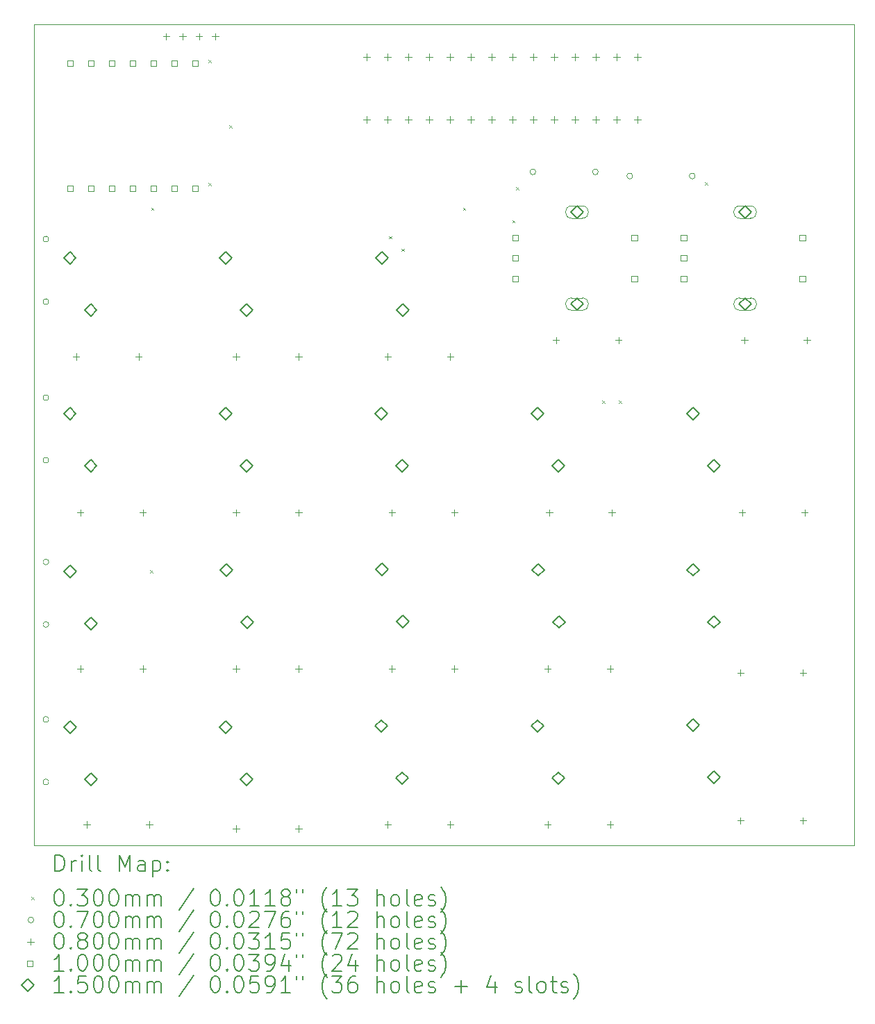
<source format=gbr>
%TF.GenerationSoftware,KiCad,Pcbnew,8.0.6-1.fc40*%
%TF.CreationDate,2024-10-26T10:44:11+11:00*%
%TF.ProjectId,Davepad,44617665-7061-4642-9e6b-696361645f70,rev?*%
%TF.SameCoordinates,Original*%
%TF.FileFunction,Drillmap*%
%TF.FilePolarity,Positive*%
%FSLAX45Y45*%
G04 Gerber Fmt 4.5, Leading zero omitted, Abs format (unit mm)*
G04 Created by KiCad (PCBNEW 8.0.6-1.fc40) date 2024-10-26 10:44:11*
%MOMM*%
%LPD*%
G01*
G04 APERTURE LIST*
%ADD10C,0.050000*%
%ADD11C,0.200000*%
%ADD12C,0.100000*%
%ADD13C,0.150000*%
G04 APERTURE END LIST*
D10*
X1905000Y-1905000D02*
X11905000Y-1905000D01*
X11905000Y-11905000D01*
X1905000Y-11905000D01*
X1905000Y-1905000D01*
D11*
D12*
X3320000Y-8550000D02*
X3350000Y-8580000D01*
X3350000Y-8550000D02*
X3320000Y-8580000D01*
X3335000Y-4135000D02*
X3365000Y-4165000D01*
X3365000Y-4135000D02*
X3335000Y-4165000D01*
X4035000Y-2335000D02*
X4065000Y-2365000D01*
X4065000Y-2335000D02*
X4035000Y-2365000D01*
X4035000Y-3835000D02*
X4065000Y-3865000D01*
X4065000Y-3835000D02*
X4035000Y-3865000D01*
X4285000Y-3135000D02*
X4315000Y-3165000D01*
X4315000Y-3135000D02*
X4285000Y-3165000D01*
X6235000Y-4485000D02*
X6265000Y-4515000D01*
X6265000Y-4485000D02*
X6235000Y-4515000D01*
X6385000Y-4635000D02*
X6415000Y-4665000D01*
X6415000Y-4635000D02*
X6385000Y-4665000D01*
X7135000Y-4135000D02*
X7165000Y-4165000D01*
X7165000Y-4135000D02*
X7135000Y-4165000D01*
X7738208Y-4288208D02*
X7768208Y-4318208D01*
X7768208Y-4288208D02*
X7738208Y-4318208D01*
X7785000Y-3885066D02*
X7815000Y-3915066D01*
X7815000Y-3885066D02*
X7785000Y-3915066D01*
X8835000Y-6485000D02*
X8865000Y-6515000D01*
X8865000Y-6485000D02*
X8835000Y-6515000D01*
X9035000Y-6485000D02*
X9065000Y-6515000D01*
X9065000Y-6485000D02*
X9035000Y-6515000D01*
X10085000Y-3825066D02*
X10115000Y-3855066D01*
X10115000Y-3825066D02*
X10085000Y-3855066D01*
X2085000Y-4519000D02*
G75*
G02*
X2015000Y-4519000I-35000J0D01*
G01*
X2015000Y-4519000D02*
G75*
G02*
X2085000Y-4519000I35000J0D01*
G01*
X2085000Y-5281000D02*
G75*
G02*
X2015000Y-5281000I-35000J0D01*
G01*
X2015000Y-5281000D02*
G75*
G02*
X2085000Y-5281000I35000J0D01*
G01*
X2085000Y-6450000D02*
G75*
G02*
X2015000Y-6450000I-35000J0D01*
G01*
X2015000Y-6450000D02*
G75*
G02*
X2085000Y-6450000I35000J0D01*
G01*
X2085000Y-7212000D02*
G75*
G02*
X2015000Y-7212000I-35000J0D01*
G01*
X2015000Y-7212000D02*
G75*
G02*
X2085000Y-7212000I35000J0D01*
G01*
X2085000Y-8450000D02*
G75*
G02*
X2015000Y-8450000I-35000J0D01*
G01*
X2015000Y-8450000D02*
G75*
G02*
X2085000Y-8450000I35000J0D01*
G01*
X2085000Y-9212000D02*
G75*
G02*
X2015000Y-9212000I-35000J0D01*
G01*
X2015000Y-9212000D02*
G75*
G02*
X2085000Y-9212000I35000J0D01*
G01*
X2085000Y-10369000D02*
G75*
G02*
X2015000Y-10369000I-35000J0D01*
G01*
X2015000Y-10369000D02*
G75*
G02*
X2085000Y-10369000I35000J0D01*
G01*
X2085000Y-11131000D02*
G75*
G02*
X2015000Y-11131000I-35000J0D01*
G01*
X2015000Y-11131000D02*
G75*
G02*
X2085000Y-11131000I35000J0D01*
G01*
X8023000Y-3700000D02*
G75*
G02*
X7953000Y-3700000I-35000J0D01*
G01*
X7953000Y-3700000D02*
G75*
G02*
X8023000Y-3700000I35000J0D01*
G01*
X8785000Y-3700000D02*
G75*
G02*
X8715000Y-3700000I-35000J0D01*
G01*
X8715000Y-3700000D02*
G75*
G02*
X8785000Y-3700000I35000J0D01*
G01*
X9204000Y-3750000D02*
G75*
G02*
X9134000Y-3750000I-35000J0D01*
G01*
X9134000Y-3750000D02*
G75*
G02*
X9204000Y-3750000I35000J0D01*
G01*
X9966000Y-3750000D02*
G75*
G02*
X9896000Y-3750000I-35000J0D01*
G01*
X9896000Y-3750000D02*
G75*
G02*
X9966000Y-3750000I35000J0D01*
G01*
X2419000Y-5910000D02*
X2419000Y-5990000D01*
X2379000Y-5950000D02*
X2459000Y-5950000D01*
X2469000Y-7810000D02*
X2469000Y-7890000D01*
X2429000Y-7850000D02*
X2509000Y-7850000D01*
X2469000Y-9710000D02*
X2469000Y-9790000D01*
X2429000Y-9750000D02*
X2509000Y-9750000D01*
X2550000Y-11610000D02*
X2550000Y-11690000D01*
X2510000Y-11650000D02*
X2590000Y-11650000D01*
X3181000Y-5910000D02*
X3181000Y-5990000D01*
X3141000Y-5950000D02*
X3221000Y-5950000D01*
X3231000Y-7810000D02*
X3231000Y-7890000D01*
X3191000Y-7850000D02*
X3271000Y-7850000D01*
X3231000Y-9710000D02*
X3231000Y-9790000D01*
X3191000Y-9750000D02*
X3271000Y-9750000D01*
X3312000Y-11610000D02*
X3312000Y-11690000D01*
X3272000Y-11650000D02*
X3352000Y-11650000D01*
X3517114Y-2010000D02*
X3517114Y-2090000D01*
X3477114Y-2050000D02*
X3557114Y-2050000D01*
X3717114Y-2010000D02*
X3717114Y-2090000D01*
X3677114Y-2050000D02*
X3757114Y-2050000D01*
X3917114Y-2010000D02*
X3917114Y-2090000D01*
X3877114Y-2050000D02*
X3957114Y-2050000D01*
X4117114Y-2010000D02*
X4117114Y-2090000D01*
X4077114Y-2050000D02*
X4157114Y-2050000D01*
X4369000Y-5910000D02*
X4369000Y-5990000D01*
X4329000Y-5950000D02*
X4409000Y-5950000D01*
X4369000Y-7810000D02*
X4369000Y-7890000D01*
X4329000Y-7850000D02*
X4409000Y-7850000D01*
X4369000Y-9710000D02*
X4369000Y-9790000D01*
X4329000Y-9750000D02*
X4409000Y-9750000D01*
X4369000Y-11660000D02*
X4369000Y-11740000D01*
X4329000Y-11700000D02*
X4409000Y-11700000D01*
X5131000Y-5910000D02*
X5131000Y-5990000D01*
X5091000Y-5950000D02*
X5171000Y-5950000D01*
X5131000Y-7810000D02*
X5131000Y-7890000D01*
X5091000Y-7850000D02*
X5171000Y-7850000D01*
X5131000Y-9710000D02*
X5131000Y-9790000D01*
X5091000Y-9750000D02*
X5171000Y-9750000D01*
X5131000Y-11660000D02*
X5131000Y-11740000D01*
X5091000Y-11700000D02*
X5171000Y-11700000D01*
X5960000Y-2260000D02*
X5960000Y-2340000D01*
X5920000Y-2300000D02*
X6000000Y-2300000D01*
X5960000Y-3022000D02*
X5960000Y-3102000D01*
X5920000Y-3062000D02*
X6000000Y-3062000D01*
X6214000Y-2260000D02*
X6214000Y-2340000D01*
X6174000Y-2300000D02*
X6254000Y-2300000D01*
X6214000Y-3022000D02*
X6214000Y-3102000D01*
X6174000Y-3062000D02*
X6254000Y-3062000D01*
X6219000Y-5910000D02*
X6219000Y-5990000D01*
X6179000Y-5950000D02*
X6259000Y-5950000D01*
X6219000Y-11610000D02*
X6219000Y-11690000D01*
X6179000Y-11650000D02*
X6259000Y-11650000D01*
X6269000Y-7810000D02*
X6269000Y-7890000D01*
X6229000Y-7850000D02*
X6309000Y-7850000D01*
X6269000Y-9710000D02*
X6269000Y-9790000D01*
X6229000Y-9750000D02*
X6309000Y-9750000D01*
X6468000Y-2260000D02*
X6468000Y-2340000D01*
X6428000Y-2300000D02*
X6508000Y-2300000D01*
X6468000Y-3022000D02*
X6468000Y-3102000D01*
X6428000Y-3062000D02*
X6508000Y-3062000D01*
X6722000Y-2260000D02*
X6722000Y-2340000D01*
X6682000Y-2300000D02*
X6762000Y-2300000D01*
X6722000Y-3022000D02*
X6722000Y-3102000D01*
X6682000Y-3062000D02*
X6762000Y-3062000D01*
X6976000Y-2260000D02*
X6976000Y-2340000D01*
X6936000Y-2300000D02*
X7016000Y-2300000D01*
X6976000Y-3022000D02*
X6976000Y-3102000D01*
X6936000Y-3062000D02*
X7016000Y-3062000D01*
X6981000Y-5910000D02*
X6981000Y-5990000D01*
X6941000Y-5950000D02*
X7021000Y-5950000D01*
X6981000Y-11610000D02*
X6981000Y-11690000D01*
X6941000Y-11650000D02*
X7021000Y-11650000D01*
X7031000Y-7810000D02*
X7031000Y-7890000D01*
X6991000Y-7850000D02*
X7071000Y-7850000D01*
X7031000Y-9710000D02*
X7031000Y-9790000D01*
X6991000Y-9750000D02*
X7071000Y-9750000D01*
X7230000Y-2260000D02*
X7230000Y-2340000D01*
X7190000Y-2300000D02*
X7270000Y-2300000D01*
X7230000Y-3022000D02*
X7230000Y-3102000D01*
X7190000Y-3062000D02*
X7270000Y-3062000D01*
X7484000Y-2260000D02*
X7484000Y-2340000D01*
X7444000Y-2300000D02*
X7524000Y-2300000D01*
X7484000Y-3022000D02*
X7484000Y-3102000D01*
X7444000Y-3062000D02*
X7524000Y-3062000D01*
X7738000Y-2260000D02*
X7738000Y-2340000D01*
X7698000Y-2300000D02*
X7778000Y-2300000D01*
X7738000Y-3022000D02*
X7738000Y-3102000D01*
X7698000Y-3062000D02*
X7778000Y-3062000D01*
X7992000Y-2260000D02*
X7992000Y-2340000D01*
X7952000Y-2300000D02*
X8032000Y-2300000D01*
X7992000Y-3022000D02*
X7992000Y-3102000D01*
X7952000Y-3062000D02*
X8032000Y-3062000D01*
X8169000Y-9710000D02*
X8169000Y-9790000D01*
X8129000Y-9750000D02*
X8209000Y-9750000D01*
X8169000Y-11610000D02*
X8169000Y-11690000D01*
X8129000Y-11650000D02*
X8209000Y-11650000D01*
X8188000Y-7810000D02*
X8188000Y-7890000D01*
X8148000Y-7850000D02*
X8228000Y-7850000D01*
X8246000Y-2260000D02*
X8246000Y-2340000D01*
X8206000Y-2300000D02*
X8286000Y-2300000D01*
X8246000Y-3022000D02*
X8246000Y-3102000D01*
X8206000Y-3062000D02*
X8286000Y-3062000D01*
X8269000Y-5710000D02*
X8269000Y-5790000D01*
X8229000Y-5750000D02*
X8309000Y-5750000D01*
X8500000Y-2260000D02*
X8500000Y-2340000D01*
X8460000Y-2300000D02*
X8540000Y-2300000D01*
X8500000Y-3022000D02*
X8500000Y-3102000D01*
X8460000Y-3062000D02*
X8540000Y-3062000D01*
X8754000Y-2260000D02*
X8754000Y-2340000D01*
X8714000Y-2300000D02*
X8794000Y-2300000D01*
X8754000Y-3022000D02*
X8754000Y-3102000D01*
X8714000Y-3062000D02*
X8794000Y-3062000D01*
X8931000Y-9710000D02*
X8931000Y-9790000D01*
X8891000Y-9750000D02*
X8971000Y-9750000D01*
X8931000Y-11610000D02*
X8931000Y-11690000D01*
X8891000Y-11650000D02*
X8971000Y-11650000D01*
X8950000Y-7810000D02*
X8950000Y-7890000D01*
X8910000Y-7850000D02*
X8990000Y-7850000D01*
X9008000Y-2260000D02*
X9008000Y-2340000D01*
X8968000Y-2300000D02*
X9048000Y-2300000D01*
X9008000Y-3022000D02*
X9008000Y-3102000D01*
X8968000Y-3062000D02*
X9048000Y-3062000D01*
X9031000Y-5710000D02*
X9031000Y-5790000D01*
X8991000Y-5750000D02*
X9071000Y-5750000D01*
X9262000Y-2260000D02*
X9262000Y-2340000D01*
X9222000Y-2300000D02*
X9302000Y-2300000D01*
X9262000Y-3022000D02*
X9262000Y-3102000D01*
X9222000Y-3062000D02*
X9302000Y-3062000D01*
X10519000Y-9760000D02*
X10519000Y-9840000D01*
X10479000Y-9800000D02*
X10559000Y-9800000D01*
X10519000Y-11560000D02*
X10519000Y-11640000D01*
X10479000Y-11600000D02*
X10559000Y-11600000D01*
X10538000Y-7810000D02*
X10538000Y-7890000D01*
X10498000Y-7850000D02*
X10578000Y-7850000D01*
X10569000Y-5710000D02*
X10569000Y-5790000D01*
X10529000Y-5750000D02*
X10609000Y-5750000D01*
X11281000Y-9760000D02*
X11281000Y-9840000D01*
X11241000Y-9800000D02*
X11321000Y-9800000D01*
X11281000Y-11560000D02*
X11281000Y-11640000D01*
X11241000Y-11600000D02*
X11321000Y-11600000D01*
X11300000Y-7810000D02*
X11300000Y-7890000D01*
X11260000Y-7850000D02*
X11340000Y-7850000D01*
X11331000Y-5710000D02*
X11331000Y-5790000D01*
X11291000Y-5750000D02*
X11371000Y-5750000D01*
X2381356Y-2410356D02*
X2381356Y-2339644D01*
X2310644Y-2339644D01*
X2310644Y-2410356D01*
X2381356Y-2410356D01*
X2381356Y-3935356D02*
X2381356Y-3864644D01*
X2310644Y-3864644D01*
X2310644Y-3935356D01*
X2381356Y-3935356D01*
X2635356Y-2410356D02*
X2635356Y-2339644D01*
X2564644Y-2339644D01*
X2564644Y-2410356D01*
X2635356Y-2410356D01*
X2635356Y-3935356D02*
X2635356Y-3864644D01*
X2564644Y-3864644D01*
X2564644Y-3935356D01*
X2635356Y-3935356D01*
X2889356Y-2410356D02*
X2889356Y-2339644D01*
X2818644Y-2339644D01*
X2818644Y-2410356D01*
X2889356Y-2410356D01*
X2889356Y-3935356D02*
X2889356Y-3864644D01*
X2818644Y-3864644D01*
X2818644Y-3935356D01*
X2889356Y-3935356D01*
X3143356Y-2410356D02*
X3143356Y-2339644D01*
X3072644Y-2339644D01*
X3072644Y-2410356D01*
X3143356Y-2410356D01*
X3143356Y-3935356D02*
X3143356Y-3864644D01*
X3072644Y-3864644D01*
X3072644Y-3935356D01*
X3143356Y-3935356D01*
X3397356Y-2410356D02*
X3397356Y-2339644D01*
X3326644Y-2339644D01*
X3326644Y-2410356D01*
X3397356Y-2410356D01*
X3397356Y-3935356D02*
X3397356Y-3864644D01*
X3326644Y-3864644D01*
X3326644Y-3935356D01*
X3397356Y-3935356D01*
X3651356Y-2410356D02*
X3651356Y-2339644D01*
X3580644Y-2339644D01*
X3580644Y-2410356D01*
X3651356Y-2410356D01*
X3651356Y-3935356D02*
X3651356Y-3864644D01*
X3580644Y-3864644D01*
X3580644Y-3935356D01*
X3651356Y-3935356D01*
X3905356Y-2410356D02*
X3905356Y-2339644D01*
X3834644Y-2339644D01*
X3834644Y-2410356D01*
X3905356Y-2410356D01*
X3905356Y-3935356D02*
X3905356Y-3864644D01*
X3834644Y-3864644D01*
X3834644Y-3935356D01*
X3905356Y-3935356D01*
X7810356Y-4535356D02*
X7810356Y-4464644D01*
X7739644Y-4464644D01*
X7739644Y-4535356D01*
X7810356Y-4535356D01*
X7810356Y-4785356D02*
X7810356Y-4714644D01*
X7739644Y-4714644D01*
X7739644Y-4785356D01*
X7810356Y-4785356D01*
X7810356Y-5035356D02*
X7810356Y-4964644D01*
X7739644Y-4964644D01*
X7739644Y-5035356D01*
X7810356Y-5035356D01*
X9260356Y-4535356D02*
X9260356Y-4464644D01*
X9189644Y-4464644D01*
X9189644Y-4535356D01*
X9260356Y-4535356D01*
X9260356Y-5035356D02*
X9260356Y-4964644D01*
X9189644Y-4964644D01*
X9189644Y-5035356D01*
X9260356Y-5035356D01*
X9860356Y-4535356D02*
X9860356Y-4464644D01*
X9789644Y-4464644D01*
X9789644Y-4535356D01*
X9860356Y-4535356D01*
X9860356Y-4785356D02*
X9860356Y-4714644D01*
X9789644Y-4714644D01*
X9789644Y-4785356D01*
X9860356Y-4785356D01*
X9860356Y-5035356D02*
X9860356Y-4964644D01*
X9789644Y-4964644D01*
X9789644Y-5035356D01*
X9860356Y-5035356D01*
X11310356Y-4535356D02*
X11310356Y-4464644D01*
X11239644Y-4464644D01*
X11239644Y-4535356D01*
X11310356Y-4535356D01*
X11310356Y-5035356D02*
X11310356Y-4964644D01*
X11239644Y-4964644D01*
X11239644Y-5035356D01*
X11310356Y-5035356D01*
D13*
X2342000Y-4821000D02*
X2417000Y-4746000D01*
X2342000Y-4671000D01*
X2267000Y-4746000D01*
X2342000Y-4821000D01*
X2342000Y-6721000D02*
X2417000Y-6646000D01*
X2342000Y-6571000D01*
X2267000Y-6646000D01*
X2342000Y-6721000D01*
X2346000Y-8640000D02*
X2421000Y-8565000D01*
X2346000Y-8490000D01*
X2271000Y-8565000D01*
X2346000Y-8640000D01*
X2346000Y-10540000D02*
X2421000Y-10465000D01*
X2346000Y-10390000D01*
X2271000Y-10465000D01*
X2346000Y-10540000D01*
X2596000Y-5456000D02*
X2671000Y-5381000D01*
X2596000Y-5306000D01*
X2521000Y-5381000D01*
X2596000Y-5456000D01*
X2596000Y-7356000D02*
X2671000Y-7281000D01*
X2596000Y-7206000D01*
X2521000Y-7281000D01*
X2596000Y-7356000D01*
X2600000Y-9275000D02*
X2675000Y-9200000D01*
X2600000Y-9125000D01*
X2525000Y-9200000D01*
X2600000Y-9275000D01*
X2600000Y-11175000D02*
X2675000Y-11100000D01*
X2600000Y-11025000D01*
X2525000Y-11100000D01*
X2600000Y-11175000D01*
X4242000Y-4821000D02*
X4317000Y-4746000D01*
X4242000Y-4671000D01*
X4167000Y-4746000D01*
X4242000Y-4821000D01*
X4242000Y-6721000D02*
X4317000Y-6646000D01*
X4242000Y-6571000D01*
X4167000Y-6646000D01*
X4242000Y-6721000D01*
X4242000Y-10540000D02*
X4317000Y-10465000D01*
X4242000Y-10390000D01*
X4167000Y-10465000D01*
X4242000Y-10540000D01*
X4250000Y-8625000D02*
X4325000Y-8550000D01*
X4250000Y-8475000D01*
X4175000Y-8550000D01*
X4250000Y-8625000D01*
X4496000Y-5456000D02*
X4571000Y-5381000D01*
X4496000Y-5306000D01*
X4421000Y-5381000D01*
X4496000Y-5456000D01*
X4496000Y-7356000D02*
X4571000Y-7281000D01*
X4496000Y-7206000D01*
X4421000Y-7281000D01*
X4496000Y-7356000D01*
X4496000Y-11175000D02*
X4571000Y-11100000D01*
X4496000Y-11025000D01*
X4421000Y-11100000D01*
X4496000Y-11175000D01*
X4504000Y-9260000D02*
X4579000Y-9185000D01*
X4504000Y-9110000D01*
X4429000Y-9185000D01*
X4504000Y-9260000D01*
X6142000Y-6721000D02*
X6217000Y-6646000D01*
X6142000Y-6571000D01*
X6067000Y-6646000D01*
X6142000Y-6721000D01*
X6142000Y-10525000D02*
X6217000Y-10450000D01*
X6142000Y-10375000D01*
X6067000Y-10450000D01*
X6142000Y-10525000D01*
X6146000Y-8613000D02*
X6221000Y-8538000D01*
X6146000Y-8463000D01*
X6071000Y-8538000D01*
X6146000Y-8613000D01*
X6150000Y-4825000D02*
X6225000Y-4750000D01*
X6150000Y-4675000D01*
X6075000Y-4750000D01*
X6150000Y-4825000D01*
X6396000Y-7356000D02*
X6471000Y-7281000D01*
X6396000Y-7206000D01*
X6321000Y-7281000D01*
X6396000Y-7356000D01*
X6396000Y-11160000D02*
X6471000Y-11085000D01*
X6396000Y-11010000D01*
X6321000Y-11085000D01*
X6396000Y-11160000D01*
X6400000Y-9248000D02*
X6475000Y-9173000D01*
X6400000Y-9098000D01*
X6325000Y-9173000D01*
X6400000Y-9248000D01*
X6404000Y-5460000D02*
X6479000Y-5385000D01*
X6404000Y-5310000D01*
X6329000Y-5385000D01*
X6404000Y-5460000D01*
X8042000Y-6721000D02*
X8117000Y-6646000D01*
X8042000Y-6571000D01*
X7967000Y-6646000D01*
X8042000Y-6721000D01*
X8046000Y-10525000D02*
X8121000Y-10450000D01*
X8046000Y-10375000D01*
X7971000Y-10450000D01*
X8046000Y-10525000D01*
X8050000Y-8621000D02*
X8125000Y-8546000D01*
X8050000Y-8471000D01*
X7975000Y-8546000D01*
X8050000Y-8621000D01*
X8296000Y-7356000D02*
X8371000Y-7281000D01*
X8296000Y-7206000D01*
X8221000Y-7281000D01*
X8296000Y-7356000D01*
X8300000Y-11160000D02*
X8375000Y-11085000D01*
X8300000Y-11010000D01*
X8225000Y-11085000D01*
X8300000Y-11160000D01*
X8304000Y-9256000D02*
X8379000Y-9181000D01*
X8304000Y-9106000D01*
X8229000Y-9181000D01*
X8304000Y-9256000D01*
X8525000Y-4265000D02*
X8600000Y-4190000D01*
X8525000Y-4115000D01*
X8450000Y-4190000D01*
X8525000Y-4265000D01*
D12*
X8460000Y-4265000D02*
X8590000Y-4265000D01*
X8590000Y-4115000D02*
G75*
G02*
X8590000Y-4265000I0J-75000D01*
G01*
X8590000Y-4115000D02*
X8460000Y-4115000D01*
X8460000Y-4115000D02*
G75*
G03*
X8460000Y-4265000I0J-75000D01*
G01*
D13*
X8525000Y-5385000D02*
X8600000Y-5310000D01*
X8525000Y-5235000D01*
X8450000Y-5310000D01*
X8525000Y-5385000D01*
D12*
X8460000Y-5385000D02*
X8590000Y-5385000D01*
X8590000Y-5235000D02*
G75*
G02*
X8590000Y-5385000I0J-75000D01*
G01*
X8590000Y-5235000D02*
X8460000Y-5235000D01*
X8460000Y-5235000D02*
G75*
G03*
X8460000Y-5385000I0J-75000D01*
G01*
D13*
X9942000Y-6721000D02*
X10017000Y-6646000D01*
X9942000Y-6571000D01*
X9867000Y-6646000D01*
X9942000Y-6721000D01*
X9942000Y-8621000D02*
X10017000Y-8546000D01*
X9942000Y-8471000D01*
X9867000Y-8546000D01*
X9942000Y-8621000D01*
X9942000Y-10513000D02*
X10017000Y-10438000D01*
X9942000Y-10363000D01*
X9867000Y-10438000D01*
X9942000Y-10513000D01*
X10196000Y-7356000D02*
X10271000Y-7281000D01*
X10196000Y-7206000D01*
X10121000Y-7281000D01*
X10196000Y-7356000D01*
X10196000Y-9256000D02*
X10271000Y-9181000D01*
X10196000Y-9106000D01*
X10121000Y-9181000D01*
X10196000Y-9256000D01*
X10196000Y-11148000D02*
X10271000Y-11073000D01*
X10196000Y-10998000D01*
X10121000Y-11073000D01*
X10196000Y-11148000D01*
X10575000Y-4265000D02*
X10650000Y-4190000D01*
X10575000Y-4115000D01*
X10500000Y-4190000D01*
X10575000Y-4265000D01*
D12*
X10510000Y-4265000D02*
X10640000Y-4265000D01*
X10640000Y-4115000D02*
G75*
G02*
X10640000Y-4265000I0J-75000D01*
G01*
X10640000Y-4115000D02*
X10510000Y-4115000D01*
X10510000Y-4115000D02*
G75*
G03*
X10510000Y-4265000I0J-75000D01*
G01*
D13*
X10575000Y-5385000D02*
X10650000Y-5310000D01*
X10575000Y-5235000D01*
X10500000Y-5310000D01*
X10575000Y-5385000D01*
D12*
X10510000Y-5385000D02*
X10640000Y-5385000D01*
X10640000Y-5235000D02*
G75*
G02*
X10640000Y-5385000I0J-75000D01*
G01*
X10640000Y-5235000D02*
X10510000Y-5235000D01*
X10510000Y-5235000D02*
G75*
G03*
X10510000Y-5385000I0J-75000D01*
G01*
D11*
X2163277Y-12218984D02*
X2163277Y-12018984D01*
X2163277Y-12018984D02*
X2210896Y-12018984D01*
X2210896Y-12018984D02*
X2239467Y-12028508D01*
X2239467Y-12028508D02*
X2258515Y-12047555D01*
X2258515Y-12047555D02*
X2268039Y-12066603D01*
X2268039Y-12066603D02*
X2277563Y-12104698D01*
X2277563Y-12104698D02*
X2277563Y-12133269D01*
X2277563Y-12133269D02*
X2268039Y-12171365D01*
X2268039Y-12171365D02*
X2258515Y-12190412D01*
X2258515Y-12190412D02*
X2239467Y-12209460D01*
X2239467Y-12209460D02*
X2210896Y-12218984D01*
X2210896Y-12218984D02*
X2163277Y-12218984D01*
X2363277Y-12218984D02*
X2363277Y-12085650D01*
X2363277Y-12123746D02*
X2372801Y-12104698D01*
X2372801Y-12104698D02*
X2382324Y-12095174D01*
X2382324Y-12095174D02*
X2401372Y-12085650D01*
X2401372Y-12085650D02*
X2420420Y-12085650D01*
X2487086Y-12218984D02*
X2487086Y-12085650D01*
X2487086Y-12018984D02*
X2477563Y-12028508D01*
X2477563Y-12028508D02*
X2487086Y-12038031D01*
X2487086Y-12038031D02*
X2496610Y-12028508D01*
X2496610Y-12028508D02*
X2487086Y-12018984D01*
X2487086Y-12018984D02*
X2487086Y-12038031D01*
X2610896Y-12218984D02*
X2591848Y-12209460D01*
X2591848Y-12209460D02*
X2582324Y-12190412D01*
X2582324Y-12190412D02*
X2582324Y-12018984D01*
X2715658Y-12218984D02*
X2696610Y-12209460D01*
X2696610Y-12209460D02*
X2687086Y-12190412D01*
X2687086Y-12190412D02*
X2687086Y-12018984D01*
X2944229Y-12218984D02*
X2944229Y-12018984D01*
X2944229Y-12018984D02*
X3010896Y-12161841D01*
X3010896Y-12161841D02*
X3077562Y-12018984D01*
X3077562Y-12018984D02*
X3077562Y-12218984D01*
X3258515Y-12218984D02*
X3258515Y-12114222D01*
X3258515Y-12114222D02*
X3248991Y-12095174D01*
X3248991Y-12095174D02*
X3229943Y-12085650D01*
X3229943Y-12085650D02*
X3191848Y-12085650D01*
X3191848Y-12085650D02*
X3172801Y-12095174D01*
X3258515Y-12209460D02*
X3239467Y-12218984D01*
X3239467Y-12218984D02*
X3191848Y-12218984D01*
X3191848Y-12218984D02*
X3172801Y-12209460D01*
X3172801Y-12209460D02*
X3163277Y-12190412D01*
X3163277Y-12190412D02*
X3163277Y-12171365D01*
X3163277Y-12171365D02*
X3172801Y-12152317D01*
X3172801Y-12152317D02*
X3191848Y-12142793D01*
X3191848Y-12142793D02*
X3239467Y-12142793D01*
X3239467Y-12142793D02*
X3258515Y-12133269D01*
X3353753Y-12085650D02*
X3353753Y-12285650D01*
X3353753Y-12095174D02*
X3372801Y-12085650D01*
X3372801Y-12085650D02*
X3410896Y-12085650D01*
X3410896Y-12085650D02*
X3429943Y-12095174D01*
X3429943Y-12095174D02*
X3439467Y-12104698D01*
X3439467Y-12104698D02*
X3448991Y-12123746D01*
X3448991Y-12123746D02*
X3448991Y-12180888D01*
X3448991Y-12180888D02*
X3439467Y-12199936D01*
X3439467Y-12199936D02*
X3429943Y-12209460D01*
X3429943Y-12209460D02*
X3410896Y-12218984D01*
X3410896Y-12218984D02*
X3372801Y-12218984D01*
X3372801Y-12218984D02*
X3353753Y-12209460D01*
X3534705Y-12199936D02*
X3544229Y-12209460D01*
X3544229Y-12209460D02*
X3534705Y-12218984D01*
X3534705Y-12218984D02*
X3525182Y-12209460D01*
X3525182Y-12209460D02*
X3534705Y-12199936D01*
X3534705Y-12199936D02*
X3534705Y-12218984D01*
X3534705Y-12095174D02*
X3544229Y-12104698D01*
X3544229Y-12104698D02*
X3534705Y-12114222D01*
X3534705Y-12114222D02*
X3525182Y-12104698D01*
X3525182Y-12104698D02*
X3534705Y-12095174D01*
X3534705Y-12095174D02*
X3534705Y-12114222D01*
D12*
X1872500Y-12532500D02*
X1902500Y-12562500D01*
X1902500Y-12532500D02*
X1872500Y-12562500D01*
D11*
X2201372Y-12438984D02*
X2220420Y-12438984D01*
X2220420Y-12438984D02*
X2239467Y-12448508D01*
X2239467Y-12448508D02*
X2248991Y-12458031D01*
X2248991Y-12458031D02*
X2258515Y-12477079D01*
X2258515Y-12477079D02*
X2268039Y-12515174D01*
X2268039Y-12515174D02*
X2268039Y-12562793D01*
X2268039Y-12562793D02*
X2258515Y-12600888D01*
X2258515Y-12600888D02*
X2248991Y-12619936D01*
X2248991Y-12619936D02*
X2239467Y-12629460D01*
X2239467Y-12629460D02*
X2220420Y-12638984D01*
X2220420Y-12638984D02*
X2201372Y-12638984D01*
X2201372Y-12638984D02*
X2182324Y-12629460D01*
X2182324Y-12629460D02*
X2172801Y-12619936D01*
X2172801Y-12619936D02*
X2163277Y-12600888D01*
X2163277Y-12600888D02*
X2153753Y-12562793D01*
X2153753Y-12562793D02*
X2153753Y-12515174D01*
X2153753Y-12515174D02*
X2163277Y-12477079D01*
X2163277Y-12477079D02*
X2172801Y-12458031D01*
X2172801Y-12458031D02*
X2182324Y-12448508D01*
X2182324Y-12448508D02*
X2201372Y-12438984D01*
X2353753Y-12619936D02*
X2363277Y-12629460D01*
X2363277Y-12629460D02*
X2353753Y-12638984D01*
X2353753Y-12638984D02*
X2344229Y-12629460D01*
X2344229Y-12629460D02*
X2353753Y-12619936D01*
X2353753Y-12619936D02*
X2353753Y-12638984D01*
X2429944Y-12438984D02*
X2553753Y-12438984D01*
X2553753Y-12438984D02*
X2487086Y-12515174D01*
X2487086Y-12515174D02*
X2515658Y-12515174D01*
X2515658Y-12515174D02*
X2534705Y-12524698D01*
X2534705Y-12524698D02*
X2544229Y-12534222D01*
X2544229Y-12534222D02*
X2553753Y-12553269D01*
X2553753Y-12553269D02*
X2553753Y-12600888D01*
X2553753Y-12600888D02*
X2544229Y-12619936D01*
X2544229Y-12619936D02*
X2534705Y-12629460D01*
X2534705Y-12629460D02*
X2515658Y-12638984D01*
X2515658Y-12638984D02*
X2458515Y-12638984D01*
X2458515Y-12638984D02*
X2439467Y-12629460D01*
X2439467Y-12629460D02*
X2429944Y-12619936D01*
X2677563Y-12438984D02*
X2696610Y-12438984D01*
X2696610Y-12438984D02*
X2715658Y-12448508D01*
X2715658Y-12448508D02*
X2725182Y-12458031D01*
X2725182Y-12458031D02*
X2734705Y-12477079D01*
X2734705Y-12477079D02*
X2744229Y-12515174D01*
X2744229Y-12515174D02*
X2744229Y-12562793D01*
X2744229Y-12562793D02*
X2734705Y-12600888D01*
X2734705Y-12600888D02*
X2725182Y-12619936D01*
X2725182Y-12619936D02*
X2715658Y-12629460D01*
X2715658Y-12629460D02*
X2696610Y-12638984D01*
X2696610Y-12638984D02*
X2677563Y-12638984D01*
X2677563Y-12638984D02*
X2658515Y-12629460D01*
X2658515Y-12629460D02*
X2648991Y-12619936D01*
X2648991Y-12619936D02*
X2639467Y-12600888D01*
X2639467Y-12600888D02*
X2629944Y-12562793D01*
X2629944Y-12562793D02*
X2629944Y-12515174D01*
X2629944Y-12515174D02*
X2639467Y-12477079D01*
X2639467Y-12477079D02*
X2648991Y-12458031D01*
X2648991Y-12458031D02*
X2658515Y-12448508D01*
X2658515Y-12448508D02*
X2677563Y-12438984D01*
X2868039Y-12438984D02*
X2887086Y-12438984D01*
X2887086Y-12438984D02*
X2906134Y-12448508D01*
X2906134Y-12448508D02*
X2915658Y-12458031D01*
X2915658Y-12458031D02*
X2925182Y-12477079D01*
X2925182Y-12477079D02*
X2934705Y-12515174D01*
X2934705Y-12515174D02*
X2934705Y-12562793D01*
X2934705Y-12562793D02*
X2925182Y-12600888D01*
X2925182Y-12600888D02*
X2915658Y-12619936D01*
X2915658Y-12619936D02*
X2906134Y-12629460D01*
X2906134Y-12629460D02*
X2887086Y-12638984D01*
X2887086Y-12638984D02*
X2868039Y-12638984D01*
X2868039Y-12638984D02*
X2848991Y-12629460D01*
X2848991Y-12629460D02*
X2839467Y-12619936D01*
X2839467Y-12619936D02*
X2829943Y-12600888D01*
X2829943Y-12600888D02*
X2820420Y-12562793D01*
X2820420Y-12562793D02*
X2820420Y-12515174D01*
X2820420Y-12515174D02*
X2829943Y-12477079D01*
X2829943Y-12477079D02*
X2839467Y-12458031D01*
X2839467Y-12458031D02*
X2848991Y-12448508D01*
X2848991Y-12448508D02*
X2868039Y-12438984D01*
X3020420Y-12638984D02*
X3020420Y-12505650D01*
X3020420Y-12524698D02*
X3029943Y-12515174D01*
X3029943Y-12515174D02*
X3048991Y-12505650D01*
X3048991Y-12505650D02*
X3077563Y-12505650D01*
X3077563Y-12505650D02*
X3096610Y-12515174D01*
X3096610Y-12515174D02*
X3106134Y-12534222D01*
X3106134Y-12534222D02*
X3106134Y-12638984D01*
X3106134Y-12534222D02*
X3115658Y-12515174D01*
X3115658Y-12515174D02*
X3134705Y-12505650D01*
X3134705Y-12505650D02*
X3163277Y-12505650D01*
X3163277Y-12505650D02*
X3182324Y-12515174D01*
X3182324Y-12515174D02*
X3191848Y-12534222D01*
X3191848Y-12534222D02*
X3191848Y-12638984D01*
X3287086Y-12638984D02*
X3287086Y-12505650D01*
X3287086Y-12524698D02*
X3296610Y-12515174D01*
X3296610Y-12515174D02*
X3315658Y-12505650D01*
X3315658Y-12505650D02*
X3344229Y-12505650D01*
X3344229Y-12505650D02*
X3363277Y-12515174D01*
X3363277Y-12515174D02*
X3372801Y-12534222D01*
X3372801Y-12534222D02*
X3372801Y-12638984D01*
X3372801Y-12534222D02*
X3382324Y-12515174D01*
X3382324Y-12515174D02*
X3401372Y-12505650D01*
X3401372Y-12505650D02*
X3429943Y-12505650D01*
X3429943Y-12505650D02*
X3448991Y-12515174D01*
X3448991Y-12515174D02*
X3458515Y-12534222D01*
X3458515Y-12534222D02*
X3458515Y-12638984D01*
X3848991Y-12429460D02*
X3677563Y-12686603D01*
X4106134Y-12438984D02*
X4125182Y-12438984D01*
X4125182Y-12438984D02*
X4144229Y-12448508D01*
X4144229Y-12448508D02*
X4153753Y-12458031D01*
X4153753Y-12458031D02*
X4163277Y-12477079D01*
X4163277Y-12477079D02*
X4172801Y-12515174D01*
X4172801Y-12515174D02*
X4172801Y-12562793D01*
X4172801Y-12562793D02*
X4163277Y-12600888D01*
X4163277Y-12600888D02*
X4153753Y-12619936D01*
X4153753Y-12619936D02*
X4144229Y-12629460D01*
X4144229Y-12629460D02*
X4125182Y-12638984D01*
X4125182Y-12638984D02*
X4106134Y-12638984D01*
X4106134Y-12638984D02*
X4087086Y-12629460D01*
X4087086Y-12629460D02*
X4077563Y-12619936D01*
X4077563Y-12619936D02*
X4068039Y-12600888D01*
X4068039Y-12600888D02*
X4058515Y-12562793D01*
X4058515Y-12562793D02*
X4058515Y-12515174D01*
X4058515Y-12515174D02*
X4068039Y-12477079D01*
X4068039Y-12477079D02*
X4077563Y-12458031D01*
X4077563Y-12458031D02*
X4087086Y-12448508D01*
X4087086Y-12448508D02*
X4106134Y-12438984D01*
X4258515Y-12619936D02*
X4268039Y-12629460D01*
X4268039Y-12629460D02*
X4258515Y-12638984D01*
X4258515Y-12638984D02*
X4248991Y-12629460D01*
X4248991Y-12629460D02*
X4258515Y-12619936D01*
X4258515Y-12619936D02*
X4258515Y-12638984D01*
X4391848Y-12438984D02*
X4410896Y-12438984D01*
X4410896Y-12438984D02*
X4429944Y-12448508D01*
X4429944Y-12448508D02*
X4439468Y-12458031D01*
X4439468Y-12458031D02*
X4448991Y-12477079D01*
X4448991Y-12477079D02*
X4458515Y-12515174D01*
X4458515Y-12515174D02*
X4458515Y-12562793D01*
X4458515Y-12562793D02*
X4448991Y-12600888D01*
X4448991Y-12600888D02*
X4439468Y-12619936D01*
X4439468Y-12619936D02*
X4429944Y-12629460D01*
X4429944Y-12629460D02*
X4410896Y-12638984D01*
X4410896Y-12638984D02*
X4391848Y-12638984D01*
X4391848Y-12638984D02*
X4372801Y-12629460D01*
X4372801Y-12629460D02*
X4363277Y-12619936D01*
X4363277Y-12619936D02*
X4353753Y-12600888D01*
X4353753Y-12600888D02*
X4344229Y-12562793D01*
X4344229Y-12562793D02*
X4344229Y-12515174D01*
X4344229Y-12515174D02*
X4353753Y-12477079D01*
X4353753Y-12477079D02*
X4363277Y-12458031D01*
X4363277Y-12458031D02*
X4372801Y-12448508D01*
X4372801Y-12448508D02*
X4391848Y-12438984D01*
X4648991Y-12638984D02*
X4534706Y-12638984D01*
X4591848Y-12638984D02*
X4591848Y-12438984D01*
X4591848Y-12438984D02*
X4572801Y-12467555D01*
X4572801Y-12467555D02*
X4553753Y-12486603D01*
X4553753Y-12486603D02*
X4534706Y-12496127D01*
X4839468Y-12638984D02*
X4725182Y-12638984D01*
X4782325Y-12638984D02*
X4782325Y-12438984D01*
X4782325Y-12438984D02*
X4763277Y-12467555D01*
X4763277Y-12467555D02*
X4744229Y-12486603D01*
X4744229Y-12486603D02*
X4725182Y-12496127D01*
X4953753Y-12524698D02*
X4934706Y-12515174D01*
X4934706Y-12515174D02*
X4925182Y-12505650D01*
X4925182Y-12505650D02*
X4915658Y-12486603D01*
X4915658Y-12486603D02*
X4915658Y-12477079D01*
X4915658Y-12477079D02*
X4925182Y-12458031D01*
X4925182Y-12458031D02*
X4934706Y-12448508D01*
X4934706Y-12448508D02*
X4953753Y-12438984D01*
X4953753Y-12438984D02*
X4991849Y-12438984D01*
X4991849Y-12438984D02*
X5010896Y-12448508D01*
X5010896Y-12448508D02*
X5020420Y-12458031D01*
X5020420Y-12458031D02*
X5029944Y-12477079D01*
X5029944Y-12477079D02*
X5029944Y-12486603D01*
X5029944Y-12486603D02*
X5020420Y-12505650D01*
X5020420Y-12505650D02*
X5010896Y-12515174D01*
X5010896Y-12515174D02*
X4991849Y-12524698D01*
X4991849Y-12524698D02*
X4953753Y-12524698D01*
X4953753Y-12524698D02*
X4934706Y-12534222D01*
X4934706Y-12534222D02*
X4925182Y-12543746D01*
X4925182Y-12543746D02*
X4915658Y-12562793D01*
X4915658Y-12562793D02*
X4915658Y-12600888D01*
X4915658Y-12600888D02*
X4925182Y-12619936D01*
X4925182Y-12619936D02*
X4934706Y-12629460D01*
X4934706Y-12629460D02*
X4953753Y-12638984D01*
X4953753Y-12638984D02*
X4991849Y-12638984D01*
X4991849Y-12638984D02*
X5010896Y-12629460D01*
X5010896Y-12629460D02*
X5020420Y-12619936D01*
X5020420Y-12619936D02*
X5029944Y-12600888D01*
X5029944Y-12600888D02*
X5029944Y-12562793D01*
X5029944Y-12562793D02*
X5020420Y-12543746D01*
X5020420Y-12543746D02*
X5010896Y-12534222D01*
X5010896Y-12534222D02*
X4991849Y-12524698D01*
X5106134Y-12438984D02*
X5106134Y-12477079D01*
X5182325Y-12438984D02*
X5182325Y-12477079D01*
X5477563Y-12715174D02*
X5468039Y-12705650D01*
X5468039Y-12705650D02*
X5448991Y-12677079D01*
X5448991Y-12677079D02*
X5439468Y-12658031D01*
X5439468Y-12658031D02*
X5429944Y-12629460D01*
X5429944Y-12629460D02*
X5420420Y-12581841D01*
X5420420Y-12581841D02*
X5420420Y-12543746D01*
X5420420Y-12543746D02*
X5429944Y-12496127D01*
X5429944Y-12496127D02*
X5439468Y-12467555D01*
X5439468Y-12467555D02*
X5448991Y-12448508D01*
X5448991Y-12448508D02*
X5468039Y-12419936D01*
X5468039Y-12419936D02*
X5477563Y-12410412D01*
X5658515Y-12638984D02*
X5544230Y-12638984D01*
X5601372Y-12638984D02*
X5601372Y-12438984D01*
X5601372Y-12438984D02*
X5582325Y-12467555D01*
X5582325Y-12467555D02*
X5563277Y-12486603D01*
X5563277Y-12486603D02*
X5544230Y-12496127D01*
X5725182Y-12438984D02*
X5848991Y-12438984D01*
X5848991Y-12438984D02*
X5782325Y-12515174D01*
X5782325Y-12515174D02*
X5810896Y-12515174D01*
X5810896Y-12515174D02*
X5829944Y-12524698D01*
X5829944Y-12524698D02*
X5839468Y-12534222D01*
X5839468Y-12534222D02*
X5848991Y-12553269D01*
X5848991Y-12553269D02*
X5848991Y-12600888D01*
X5848991Y-12600888D02*
X5839468Y-12619936D01*
X5839468Y-12619936D02*
X5829944Y-12629460D01*
X5829944Y-12629460D02*
X5810896Y-12638984D01*
X5810896Y-12638984D02*
X5753753Y-12638984D01*
X5753753Y-12638984D02*
X5734706Y-12629460D01*
X5734706Y-12629460D02*
X5725182Y-12619936D01*
X6087087Y-12638984D02*
X6087087Y-12438984D01*
X6172801Y-12638984D02*
X6172801Y-12534222D01*
X6172801Y-12534222D02*
X6163277Y-12515174D01*
X6163277Y-12515174D02*
X6144230Y-12505650D01*
X6144230Y-12505650D02*
X6115658Y-12505650D01*
X6115658Y-12505650D02*
X6096610Y-12515174D01*
X6096610Y-12515174D02*
X6087087Y-12524698D01*
X6296610Y-12638984D02*
X6277563Y-12629460D01*
X6277563Y-12629460D02*
X6268039Y-12619936D01*
X6268039Y-12619936D02*
X6258515Y-12600888D01*
X6258515Y-12600888D02*
X6258515Y-12543746D01*
X6258515Y-12543746D02*
X6268039Y-12524698D01*
X6268039Y-12524698D02*
X6277563Y-12515174D01*
X6277563Y-12515174D02*
X6296610Y-12505650D01*
X6296610Y-12505650D02*
X6325182Y-12505650D01*
X6325182Y-12505650D02*
X6344230Y-12515174D01*
X6344230Y-12515174D02*
X6353753Y-12524698D01*
X6353753Y-12524698D02*
X6363277Y-12543746D01*
X6363277Y-12543746D02*
X6363277Y-12600888D01*
X6363277Y-12600888D02*
X6353753Y-12619936D01*
X6353753Y-12619936D02*
X6344230Y-12629460D01*
X6344230Y-12629460D02*
X6325182Y-12638984D01*
X6325182Y-12638984D02*
X6296610Y-12638984D01*
X6477563Y-12638984D02*
X6458515Y-12629460D01*
X6458515Y-12629460D02*
X6448991Y-12610412D01*
X6448991Y-12610412D02*
X6448991Y-12438984D01*
X6629944Y-12629460D02*
X6610896Y-12638984D01*
X6610896Y-12638984D02*
X6572801Y-12638984D01*
X6572801Y-12638984D02*
X6553753Y-12629460D01*
X6553753Y-12629460D02*
X6544230Y-12610412D01*
X6544230Y-12610412D02*
X6544230Y-12534222D01*
X6544230Y-12534222D02*
X6553753Y-12515174D01*
X6553753Y-12515174D02*
X6572801Y-12505650D01*
X6572801Y-12505650D02*
X6610896Y-12505650D01*
X6610896Y-12505650D02*
X6629944Y-12515174D01*
X6629944Y-12515174D02*
X6639468Y-12534222D01*
X6639468Y-12534222D02*
X6639468Y-12553269D01*
X6639468Y-12553269D02*
X6544230Y-12572317D01*
X6715658Y-12629460D02*
X6734706Y-12638984D01*
X6734706Y-12638984D02*
X6772801Y-12638984D01*
X6772801Y-12638984D02*
X6791849Y-12629460D01*
X6791849Y-12629460D02*
X6801372Y-12610412D01*
X6801372Y-12610412D02*
X6801372Y-12600888D01*
X6801372Y-12600888D02*
X6791849Y-12581841D01*
X6791849Y-12581841D02*
X6772801Y-12572317D01*
X6772801Y-12572317D02*
X6744230Y-12572317D01*
X6744230Y-12572317D02*
X6725182Y-12562793D01*
X6725182Y-12562793D02*
X6715658Y-12543746D01*
X6715658Y-12543746D02*
X6715658Y-12534222D01*
X6715658Y-12534222D02*
X6725182Y-12515174D01*
X6725182Y-12515174D02*
X6744230Y-12505650D01*
X6744230Y-12505650D02*
X6772801Y-12505650D01*
X6772801Y-12505650D02*
X6791849Y-12515174D01*
X6868039Y-12715174D02*
X6877563Y-12705650D01*
X6877563Y-12705650D02*
X6896611Y-12677079D01*
X6896611Y-12677079D02*
X6906134Y-12658031D01*
X6906134Y-12658031D02*
X6915658Y-12629460D01*
X6915658Y-12629460D02*
X6925182Y-12581841D01*
X6925182Y-12581841D02*
X6925182Y-12543746D01*
X6925182Y-12543746D02*
X6915658Y-12496127D01*
X6915658Y-12496127D02*
X6906134Y-12467555D01*
X6906134Y-12467555D02*
X6896611Y-12448508D01*
X6896611Y-12448508D02*
X6877563Y-12419936D01*
X6877563Y-12419936D02*
X6868039Y-12410412D01*
D12*
X1902500Y-12811500D02*
G75*
G02*
X1832500Y-12811500I-35000J0D01*
G01*
X1832500Y-12811500D02*
G75*
G02*
X1902500Y-12811500I35000J0D01*
G01*
D11*
X2201372Y-12702984D02*
X2220420Y-12702984D01*
X2220420Y-12702984D02*
X2239467Y-12712508D01*
X2239467Y-12712508D02*
X2248991Y-12722031D01*
X2248991Y-12722031D02*
X2258515Y-12741079D01*
X2258515Y-12741079D02*
X2268039Y-12779174D01*
X2268039Y-12779174D02*
X2268039Y-12826793D01*
X2268039Y-12826793D02*
X2258515Y-12864888D01*
X2258515Y-12864888D02*
X2248991Y-12883936D01*
X2248991Y-12883936D02*
X2239467Y-12893460D01*
X2239467Y-12893460D02*
X2220420Y-12902984D01*
X2220420Y-12902984D02*
X2201372Y-12902984D01*
X2201372Y-12902984D02*
X2182324Y-12893460D01*
X2182324Y-12893460D02*
X2172801Y-12883936D01*
X2172801Y-12883936D02*
X2163277Y-12864888D01*
X2163277Y-12864888D02*
X2153753Y-12826793D01*
X2153753Y-12826793D02*
X2153753Y-12779174D01*
X2153753Y-12779174D02*
X2163277Y-12741079D01*
X2163277Y-12741079D02*
X2172801Y-12722031D01*
X2172801Y-12722031D02*
X2182324Y-12712508D01*
X2182324Y-12712508D02*
X2201372Y-12702984D01*
X2353753Y-12883936D02*
X2363277Y-12893460D01*
X2363277Y-12893460D02*
X2353753Y-12902984D01*
X2353753Y-12902984D02*
X2344229Y-12893460D01*
X2344229Y-12893460D02*
X2353753Y-12883936D01*
X2353753Y-12883936D02*
X2353753Y-12902984D01*
X2429944Y-12702984D02*
X2563277Y-12702984D01*
X2563277Y-12702984D02*
X2477563Y-12902984D01*
X2677563Y-12702984D02*
X2696610Y-12702984D01*
X2696610Y-12702984D02*
X2715658Y-12712508D01*
X2715658Y-12712508D02*
X2725182Y-12722031D01*
X2725182Y-12722031D02*
X2734705Y-12741079D01*
X2734705Y-12741079D02*
X2744229Y-12779174D01*
X2744229Y-12779174D02*
X2744229Y-12826793D01*
X2744229Y-12826793D02*
X2734705Y-12864888D01*
X2734705Y-12864888D02*
X2725182Y-12883936D01*
X2725182Y-12883936D02*
X2715658Y-12893460D01*
X2715658Y-12893460D02*
X2696610Y-12902984D01*
X2696610Y-12902984D02*
X2677563Y-12902984D01*
X2677563Y-12902984D02*
X2658515Y-12893460D01*
X2658515Y-12893460D02*
X2648991Y-12883936D01*
X2648991Y-12883936D02*
X2639467Y-12864888D01*
X2639467Y-12864888D02*
X2629944Y-12826793D01*
X2629944Y-12826793D02*
X2629944Y-12779174D01*
X2629944Y-12779174D02*
X2639467Y-12741079D01*
X2639467Y-12741079D02*
X2648991Y-12722031D01*
X2648991Y-12722031D02*
X2658515Y-12712508D01*
X2658515Y-12712508D02*
X2677563Y-12702984D01*
X2868039Y-12702984D02*
X2887086Y-12702984D01*
X2887086Y-12702984D02*
X2906134Y-12712508D01*
X2906134Y-12712508D02*
X2915658Y-12722031D01*
X2915658Y-12722031D02*
X2925182Y-12741079D01*
X2925182Y-12741079D02*
X2934705Y-12779174D01*
X2934705Y-12779174D02*
X2934705Y-12826793D01*
X2934705Y-12826793D02*
X2925182Y-12864888D01*
X2925182Y-12864888D02*
X2915658Y-12883936D01*
X2915658Y-12883936D02*
X2906134Y-12893460D01*
X2906134Y-12893460D02*
X2887086Y-12902984D01*
X2887086Y-12902984D02*
X2868039Y-12902984D01*
X2868039Y-12902984D02*
X2848991Y-12893460D01*
X2848991Y-12893460D02*
X2839467Y-12883936D01*
X2839467Y-12883936D02*
X2829943Y-12864888D01*
X2829943Y-12864888D02*
X2820420Y-12826793D01*
X2820420Y-12826793D02*
X2820420Y-12779174D01*
X2820420Y-12779174D02*
X2829943Y-12741079D01*
X2829943Y-12741079D02*
X2839467Y-12722031D01*
X2839467Y-12722031D02*
X2848991Y-12712508D01*
X2848991Y-12712508D02*
X2868039Y-12702984D01*
X3020420Y-12902984D02*
X3020420Y-12769650D01*
X3020420Y-12788698D02*
X3029943Y-12779174D01*
X3029943Y-12779174D02*
X3048991Y-12769650D01*
X3048991Y-12769650D02*
X3077563Y-12769650D01*
X3077563Y-12769650D02*
X3096610Y-12779174D01*
X3096610Y-12779174D02*
X3106134Y-12798222D01*
X3106134Y-12798222D02*
X3106134Y-12902984D01*
X3106134Y-12798222D02*
X3115658Y-12779174D01*
X3115658Y-12779174D02*
X3134705Y-12769650D01*
X3134705Y-12769650D02*
X3163277Y-12769650D01*
X3163277Y-12769650D02*
X3182324Y-12779174D01*
X3182324Y-12779174D02*
X3191848Y-12798222D01*
X3191848Y-12798222D02*
X3191848Y-12902984D01*
X3287086Y-12902984D02*
X3287086Y-12769650D01*
X3287086Y-12788698D02*
X3296610Y-12779174D01*
X3296610Y-12779174D02*
X3315658Y-12769650D01*
X3315658Y-12769650D02*
X3344229Y-12769650D01*
X3344229Y-12769650D02*
X3363277Y-12779174D01*
X3363277Y-12779174D02*
X3372801Y-12798222D01*
X3372801Y-12798222D02*
X3372801Y-12902984D01*
X3372801Y-12798222D02*
X3382324Y-12779174D01*
X3382324Y-12779174D02*
X3401372Y-12769650D01*
X3401372Y-12769650D02*
X3429943Y-12769650D01*
X3429943Y-12769650D02*
X3448991Y-12779174D01*
X3448991Y-12779174D02*
X3458515Y-12798222D01*
X3458515Y-12798222D02*
X3458515Y-12902984D01*
X3848991Y-12693460D02*
X3677563Y-12950603D01*
X4106134Y-12702984D02*
X4125182Y-12702984D01*
X4125182Y-12702984D02*
X4144229Y-12712508D01*
X4144229Y-12712508D02*
X4153753Y-12722031D01*
X4153753Y-12722031D02*
X4163277Y-12741079D01*
X4163277Y-12741079D02*
X4172801Y-12779174D01*
X4172801Y-12779174D02*
X4172801Y-12826793D01*
X4172801Y-12826793D02*
X4163277Y-12864888D01*
X4163277Y-12864888D02*
X4153753Y-12883936D01*
X4153753Y-12883936D02*
X4144229Y-12893460D01*
X4144229Y-12893460D02*
X4125182Y-12902984D01*
X4125182Y-12902984D02*
X4106134Y-12902984D01*
X4106134Y-12902984D02*
X4087086Y-12893460D01*
X4087086Y-12893460D02*
X4077563Y-12883936D01*
X4077563Y-12883936D02*
X4068039Y-12864888D01*
X4068039Y-12864888D02*
X4058515Y-12826793D01*
X4058515Y-12826793D02*
X4058515Y-12779174D01*
X4058515Y-12779174D02*
X4068039Y-12741079D01*
X4068039Y-12741079D02*
X4077563Y-12722031D01*
X4077563Y-12722031D02*
X4087086Y-12712508D01*
X4087086Y-12712508D02*
X4106134Y-12702984D01*
X4258515Y-12883936D02*
X4268039Y-12893460D01*
X4268039Y-12893460D02*
X4258515Y-12902984D01*
X4258515Y-12902984D02*
X4248991Y-12893460D01*
X4248991Y-12893460D02*
X4258515Y-12883936D01*
X4258515Y-12883936D02*
X4258515Y-12902984D01*
X4391848Y-12702984D02*
X4410896Y-12702984D01*
X4410896Y-12702984D02*
X4429944Y-12712508D01*
X4429944Y-12712508D02*
X4439468Y-12722031D01*
X4439468Y-12722031D02*
X4448991Y-12741079D01*
X4448991Y-12741079D02*
X4458515Y-12779174D01*
X4458515Y-12779174D02*
X4458515Y-12826793D01*
X4458515Y-12826793D02*
X4448991Y-12864888D01*
X4448991Y-12864888D02*
X4439468Y-12883936D01*
X4439468Y-12883936D02*
X4429944Y-12893460D01*
X4429944Y-12893460D02*
X4410896Y-12902984D01*
X4410896Y-12902984D02*
X4391848Y-12902984D01*
X4391848Y-12902984D02*
X4372801Y-12893460D01*
X4372801Y-12893460D02*
X4363277Y-12883936D01*
X4363277Y-12883936D02*
X4353753Y-12864888D01*
X4353753Y-12864888D02*
X4344229Y-12826793D01*
X4344229Y-12826793D02*
X4344229Y-12779174D01*
X4344229Y-12779174D02*
X4353753Y-12741079D01*
X4353753Y-12741079D02*
X4363277Y-12722031D01*
X4363277Y-12722031D02*
X4372801Y-12712508D01*
X4372801Y-12712508D02*
X4391848Y-12702984D01*
X4534706Y-12722031D02*
X4544229Y-12712508D01*
X4544229Y-12712508D02*
X4563277Y-12702984D01*
X4563277Y-12702984D02*
X4610896Y-12702984D01*
X4610896Y-12702984D02*
X4629944Y-12712508D01*
X4629944Y-12712508D02*
X4639468Y-12722031D01*
X4639468Y-12722031D02*
X4648991Y-12741079D01*
X4648991Y-12741079D02*
X4648991Y-12760127D01*
X4648991Y-12760127D02*
X4639468Y-12788698D01*
X4639468Y-12788698D02*
X4525182Y-12902984D01*
X4525182Y-12902984D02*
X4648991Y-12902984D01*
X4715658Y-12702984D02*
X4848991Y-12702984D01*
X4848991Y-12702984D02*
X4763277Y-12902984D01*
X5010896Y-12702984D02*
X4972801Y-12702984D01*
X4972801Y-12702984D02*
X4953753Y-12712508D01*
X4953753Y-12712508D02*
X4944229Y-12722031D01*
X4944229Y-12722031D02*
X4925182Y-12750603D01*
X4925182Y-12750603D02*
X4915658Y-12788698D01*
X4915658Y-12788698D02*
X4915658Y-12864888D01*
X4915658Y-12864888D02*
X4925182Y-12883936D01*
X4925182Y-12883936D02*
X4934706Y-12893460D01*
X4934706Y-12893460D02*
X4953753Y-12902984D01*
X4953753Y-12902984D02*
X4991849Y-12902984D01*
X4991849Y-12902984D02*
X5010896Y-12893460D01*
X5010896Y-12893460D02*
X5020420Y-12883936D01*
X5020420Y-12883936D02*
X5029944Y-12864888D01*
X5029944Y-12864888D02*
X5029944Y-12817269D01*
X5029944Y-12817269D02*
X5020420Y-12798222D01*
X5020420Y-12798222D02*
X5010896Y-12788698D01*
X5010896Y-12788698D02*
X4991849Y-12779174D01*
X4991849Y-12779174D02*
X4953753Y-12779174D01*
X4953753Y-12779174D02*
X4934706Y-12788698D01*
X4934706Y-12788698D02*
X4925182Y-12798222D01*
X4925182Y-12798222D02*
X4915658Y-12817269D01*
X5106134Y-12702984D02*
X5106134Y-12741079D01*
X5182325Y-12702984D02*
X5182325Y-12741079D01*
X5477563Y-12979174D02*
X5468039Y-12969650D01*
X5468039Y-12969650D02*
X5448991Y-12941079D01*
X5448991Y-12941079D02*
X5439468Y-12922031D01*
X5439468Y-12922031D02*
X5429944Y-12893460D01*
X5429944Y-12893460D02*
X5420420Y-12845841D01*
X5420420Y-12845841D02*
X5420420Y-12807746D01*
X5420420Y-12807746D02*
X5429944Y-12760127D01*
X5429944Y-12760127D02*
X5439468Y-12731555D01*
X5439468Y-12731555D02*
X5448991Y-12712508D01*
X5448991Y-12712508D02*
X5468039Y-12683936D01*
X5468039Y-12683936D02*
X5477563Y-12674412D01*
X5658515Y-12902984D02*
X5544230Y-12902984D01*
X5601372Y-12902984D02*
X5601372Y-12702984D01*
X5601372Y-12702984D02*
X5582325Y-12731555D01*
X5582325Y-12731555D02*
X5563277Y-12750603D01*
X5563277Y-12750603D02*
X5544230Y-12760127D01*
X5734706Y-12722031D02*
X5744229Y-12712508D01*
X5744229Y-12712508D02*
X5763277Y-12702984D01*
X5763277Y-12702984D02*
X5810896Y-12702984D01*
X5810896Y-12702984D02*
X5829944Y-12712508D01*
X5829944Y-12712508D02*
X5839468Y-12722031D01*
X5839468Y-12722031D02*
X5848991Y-12741079D01*
X5848991Y-12741079D02*
X5848991Y-12760127D01*
X5848991Y-12760127D02*
X5839468Y-12788698D01*
X5839468Y-12788698D02*
X5725182Y-12902984D01*
X5725182Y-12902984D02*
X5848991Y-12902984D01*
X6087087Y-12902984D02*
X6087087Y-12702984D01*
X6172801Y-12902984D02*
X6172801Y-12798222D01*
X6172801Y-12798222D02*
X6163277Y-12779174D01*
X6163277Y-12779174D02*
X6144230Y-12769650D01*
X6144230Y-12769650D02*
X6115658Y-12769650D01*
X6115658Y-12769650D02*
X6096610Y-12779174D01*
X6096610Y-12779174D02*
X6087087Y-12788698D01*
X6296610Y-12902984D02*
X6277563Y-12893460D01*
X6277563Y-12893460D02*
X6268039Y-12883936D01*
X6268039Y-12883936D02*
X6258515Y-12864888D01*
X6258515Y-12864888D02*
X6258515Y-12807746D01*
X6258515Y-12807746D02*
X6268039Y-12788698D01*
X6268039Y-12788698D02*
X6277563Y-12779174D01*
X6277563Y-12779174D02*
X6296610Y-12769650D01*
X6296610Y-12769650D02*
X6325182Y-12769650D01*
X6325182Y-12769650D02*
X6344230Y-12779174D01*
X6344230Y-12779174D02*
X6353753Y-12788698D01*
X6353753Y-12788698D02*
X6363277Y-12807746D01*
X6363277Y-12807746D02*
X6363277Y-12864888D01*
X6363277Y-12864888D02*
X6353753Y-12883936D01*
X6353753Y-12883936D02*
X6344230Y-12893460D01*
X6344230Y-12893460D02*
X6325182Y-12902984D01*
X6325182Y-12902984D02*
X6296610Y-12902984D01*
X6477563Y-12902984D02*
X6458515Y-12893460D01*
X6458515Y-12893460D02*
X6448991Y-12874412D01*
X6448991Y-12874412D02*
X6448991Y-12702984D01*
X6629944Y-12893460D02*
X6610896Y-12902984D01*
X6610896Y-12902984D02*
X6572801Y-12902984D01*
X6572801Y-12902984D02*
X6553753Y-12893460D01*
X6553753Y-12893460D02*
X6544230Y-12874412D01*
X6544230Y-12874412D02*
X6544230Y-12798222D01*
X6544230Y-12798222D02*
X6553753Y-12779174D01*
X6553753Y-12779174D02*
X6572801Y-12769650D01*
X6572801Y-12769650D02*
X6610896Y-12769650D01*
X6610896Y-12769650D02*
X6629944Y-12779174D01*
X6629944Y-12779174D02*
X6639468Y-12798222D01*
X6639468Y-12798222D02*
X6639468Y-12817269D01*
X6639468Y-12817269D02*
X6544230Y-12836317D01*
X6715658Y-12893460D02*
X6734706Y-12902984D01*
X6734706Y-12902984D02*
X6772801Y-12902984D01*
X6772801Y-12902984D02*
X6791849Y-12893460D01*
X6791849Y-12893460D02*
X6801372Y-12874412D01*
X6801372Y-12874412D02*
X6801372Y-12864888D01*
X6801372Y-12864888D02*
X6791849Y-12845841D01*
X6791849Y-12845841D02*
X6772801Y-12836317D01*
X6772801Y-12836317D02*
X6744230Y-12836317D01*
X6744230Y-12836317D02*
X6725182Y-12826793D01*
X6725182Y-12826793D02*
X6715658Y-12807746D01*
X6715658Y-12807746D02*
X6715658Y-12798222D01*
X6715658Y-12798222D02*
X6725182Y-12779174D01*
X6725182Y-12779174D02*
X6744230Y-12769650D01*
X6744230Y-12769650D02*
X6772801Y-12769650D01*
X6772801Y-12769650D02*
X6791849Y-12779174D01*
X6868039Y-12979174D02*
X6877563Y-12969650D01*
X6877563Y-12969650D02*
X6896611Y-12941079D01*
X6896611Y-12941079D02*
X6906134Y-12922031D01*
X6906134Y-12922031D02*
X6915658Y-12893460D01*
X6915658Y-12893460D02*
X6925182Y-12845841D01*
X6925182Y-12845841D02*
X6925182Y-12807746D01*
X6925182Y-12807746D02*
X6915658Y-12760127D01*
X6915658Y-12760127D02*
X6906134Y-12731555D01*
X6906134Y-12731555D02*
X6896611Y-12712508D01*
X6896611Y-12712508D02*
X6877563Y-12683936D01*
X6877563Y-12683936D02*
X6868039Y-12674412D01*
D12*
X1862500Y-13035500D02*
X1862500Y-13115500D01*
X1822500Y-13075500D02*
X1902500Y-13075500D01*
D11*
X2201372Y-12966984D02*
X2220420Y-12966984D01*
X2220420Y-12966984D02*
X2239467Y-12976508D01*
X2239467Y-12976508D02*
X2248991Y-12986031D01*
X2248991Y-12986031D02*
X2258515Y-13005079D01*
X2258515Y-13005079D02*
X2268039Y-13043174D01*
X2268039Y-13043174D02*
X2268039Y-13090793D01*
X2268039Y-13090793D02*
X2258515Y-13128888D01*
X2258515Y-13128888D02*
X2248991Y-13147936D01*
X2248991Y-13147936D02*
X2239467Y-13157460D01*
X2239467Y-13157460D02*
X2220420Y-13166984D01*
X2220420Y-13166984D02*
X2201372Y-13166984D01*
X2201372Y-13166984D02*
X2182324Y-13157460D01*
X2182324Y-13157460D02*
X2172801Y-13147936D01*
X2172801Y-13147936D02*
X2163277Y-13128888D01*
X2163277Y-13128888D02*
X2153753Y-13090793D01*
X2153753Y-13090793D02*
X2153753Y-13043174D01*
X2153753Y-13043174D02*
X2163277Y-13005079D01*
X2163277Y-13005079D02*
X2172801Y-12986031D01*
X2172801Y-12986031D02*
X2182324Y-12976508D01*
X2182324Y-12976508D02*
X2201372Y-12966984D01*
X2353753Y-13147936D02*
X2363277Y-13157460D01*
X2363277Y-13157460D02*
X2353753Y-13166984D01*
X2353753Y-13166984D02*
X2344229Y-13157460D01*
X2344229Y-13157460D02*
X2353753Y-13147936D01*
X2353753Y-13147936D02*
X2353753Y-13166984D01*
X2477563Y-13052698D02*
X2458515Y-13043174D01*
X2458515Y-13043174D02*
X2448991Y-13033650D01*
X2448991Y-13033650D02*
X2439467Y-13014603D01*
X2439467Y-13014603D02*
X2439467Y-13005079D01*
X2439467Y-13005079D02*
X2448991Y-12986031D01*
X2448991Y-12986031D02*
X2458515Y-12976508D01*
X2458515Y-12976508D02*
X2477563Y-12966984D01*
X2477563Y-12966984D02*
X2515658Y-12966984D01*
X2515658Y-12966984D02*
X2534705Y-12976508D01*
X2534705Y-12976508D02*
X2544229Y-12986031D01*
X2544229Y-12986031D02*
X2553753Y-13005079D01*
X2553753Y-13005079D02*
X2553753Y-13014603D01*
X2553753Y-13014603D02*
X2544229Y-13033650D01*
X2544229Y-13033650D02*
X2534705Y-13043174D01*
X2534705Y-13043174D02*
X2515658Y-13052698D01*
X2515658Y-13052698D02*
X2477563Y-13052698D01*
X2477563Y-13052698D02*
X2458515Y-13062222D01*
X2458515Y-13062222D02*
X2448991Y-13071746D01*
X2448991Y-13071746D02*
X2439467Y-13090793D01*
X2439467Y-13090793D02*
X2439467Y-13128888D01*
X2439467Y-13128888D02*
X2448991Y-13147936D01*
X2448991Y-13147936D02*
X2458515Y-13157460D01*
X2458515Y-13157460D02*
X2477563Y-13166984D01*
X2477563Y-13166984D02*
X2515658Y-13166984D01*
X2515658Y-13166984D02*
X2534705Y-13157460D01*
X2534705Y-13157460D02*
X2544229Y-13147936D01*
X2544229Y-13147936D02*
X2553753Y-13128888D01*
X2553753Y-13128888D02*
X2553753Y-13090793D01*
X2553753Y-13090793D02*
X2544229Y-13071746D01*
X2544229Y-13071746D02*
X2534705Y-13062222D01*
X2534705Y-13062222D02*
X2515658Y-13052698D01*
X2677563Y-12966984D02*
X2696610Y-12966984D01*
X2696610Y-12966984D02*
X2715658Y-12976508D01*
X2715658Y-12976508D02*
X2725182Y-12986031D01*
X2725182Y-12986031D02*
X2734705Y-13005079D01*
X2734705Y-13005079D02*
X2744229Y-13043174D01*
X2744229Y-13043174D02*
X2744229Y-13090793D01*
X2744229Y-13090793D02*
X2734705Y-13128888D01*
X2734705Y-13128888D02*
X2725182Y-13147936D01*
X2725182Y-13147936D02*
X2715658Y-13157460D01*
X2715658Y-13157460D02*
X2696610Y-13166984D01*
X2696610Y-13166984D02*
X2677563Y-13166984D01*
X2677563Y-13166984D02*
X2658515Y-13157460D01*
X2658515Y-13157460D02*
X2648991Y-13147936D01*
X2648991Y-13147936D02*
X2639467Y-13128888D01*
X2639467Y-13128888D02*
X2629944Y-13090793D01*
X2629944Y-13090793D02*
X2629944Y-13043174D01*
X2629944Y-13043174D02*
X2639467Y-13005079D01*
X2639467Y-13005079D02*
X2648991Y-12986031D01*
X2648991Y-12986031D02*
X2658515Y-12976508D01*
X2658515Y-12976508D02*
X2677563Y-12966984D01*
X2868039Y-12966984D02*
X2887086Y-12966984D01*
X2887086Y-12966984D02*
X2906134Y-12976508D01*
X2906134Y-12976508D02*
X2915658Y-12986031D01*
X2915658Y-12986031D02*
X2925182Y-13005079D01*
X2925182Y-13005079D02*
X2934705Y-13043174D01*
X2934705Y-13043174D02*
X2934705Y-13090793D01*
X2934705Y-13090793D02*
X2925182Y-13128888D01*
X2925182Y-13128888D02*
X2915658Y-13147936D01*
X2915658Y-13147936D02*
X2906134Y-13157460D01*
X2906134Y-13157460D02*
X2887086Y-13166984D01*
X2887086Y-13166984D02*
X2868039Y-13166984D01*
X2868039Y-13166984D02*
X2848991Y-13157460D01*
X2848991Y-13157460D02*
X2839467Y-13147936D01*
X2839467Y-13147936D02*
X2829943Y-13128888D01*
X2829943Y-13128888D02*
X2820420Y-13090793D01*
X2820420Y-13090793D02*
X2820420Y-13043174D01*
X2820420Y-13043174D02*
X2829943Y-13005079D01*
X2829943Y-13005079D02*
X2839467Y-12986031D01*
X2839467Y-12986031D02*
X2848991Y-12976508D01*
X2848991Y-12976508D02*
X2868039Y-12966984D01*
X3020420Y-13166984D02*
X3020420Y-13033650D01*
X3020420Y-13052698D02*
X3029943Y-13043174D01*
X3029943Y-13043174D02*
X3048991Y-13033650D01*
X3048991Y-13033650D02*
X3077563Y-13033650D01*
X3077563Y-13033650D02*
X3096610Y-13043174D01*
X3096610Y-13043174D02*
X3106134Y-13062222D01*
X3106134Y-13062222D02*
X3106134Y-13166984D01*
X3106134Y-13062222D02*
X3115658Y-13043174D01*
X3115658Y-13043174D02*
X3134705Y-13033650D01*
X3134705Y-13033650D02*
X3163277Y-13033650D01*
X3163277Y-13033650D02*
X3182324Y-13043174D01*
X3182324Y-13043174D02*
X3191848Y-13062222D01*
X3191848Y-13062222D02*
X3191848Y-13166984D01*
X3287086Y-13166984D02*
X3287086Y-13033650D01*
X3287086Y-13052698D02*
X3296610Y-13043174D01*
X3296610Y-13043174D02*
X3315658Y-13033650D01*
X3315658Y-13033650D02*
X3344229Y-13033650D01*
X3344229Y-13033650D02*
X3363277Y-13043174D01*
X3363277Y-13043174D02*
X3372801Y-13062222D01*
X3372801Y-13062222D02*
X3372801Y-13166984D01*
X3372801Y-13062222D02*
X3382324Y-13043174D01*
X3382324Y-13043174D02*
X3401372Y-13033650D01*
X3401372Y-13033650D02*
X3429943Y-13033650D01*
X3429943Y-13033650D02*
X3448991Y-13043174D01*
X3448991Y-13043174D02*
X3458515Y-13062222D01*
X3458515Y-13062222D02*
X3458515Y-13166984D01*
X3848991Y-12957460D02*
X3677563Y-13214603D01*
X4106134Y-12966984D02*
X4125182Y-12966984D01*
X4125182Y-12966984D02*
X4144229Y-12976508D01*
X4144229Y-12976508D02*
X4153753Y-12986031D01*
X4153753Y-12986031D02*
X4163277Y-13005079D01*
X4163277Y-13005079D02*
X4172801Y-13043174D01*
X4172801Y-13043174D02*
X4172801Y-13090793D01*
X4172801Y-13090793D02*
X4163277Y-13128888D01*
X4163277Y-13128888D02*
X4153753Y-13147936D01*
X4153753Y-13147936D02*
X4144229Y-13157460D01*
X4144229Y-13157460D02*
X4125182Y-13166984D01*
X4125182Y-13166984D02*
X4106134Y-13166984D01*
X4106134Y-13166984D02*
X4087086Y-13157460D01*
X4087086Y-13157460D02*
X4077563Y-13147936D01*
X4077563Y-13147936D02*
X4068039Y-13128888D01*
X4068039Y-13128888D02*
X4058515Y-13090793D01*
X4058515Y-13090793D02*
X4058515Y-13043174D01*
X4058515Y-13043174D02*
X4068039Y-13005079D01*
X4068039Y-13005079D02*
X4077563Y-12986031D01*
X4077563Y-12986031D02*
X4087086Y-12976508D01*
X4087086Y-12976508D02*
X4106134Y-12966984D01*
X4258515Y-13147936D02*
X4268039Y-13157460D01*
X4268039Y-13157460D02*
X4258515Y-13166984D01*
X4258515Y-13166984D02*
X4248991Y-13157460D01*
X4248991Y-13157460D02*
X4258515Y-13147936D01*
X4258515Y-13147936D02*
X4258515Y-13166984D01*
X4391848Y-12966984D02*
X4410896Y-12966984D01*
X4410896Y-12966984D02*
X4429944Y-12976508D01*
X4429944Y-12976508D02*
X4439468Y-12986031D01*
X4439468Y-12986031D02*
X4448991Y-13005079D01*
X4448991Y-13005079D02*
X4458515Y-13043174D01*
X4458515Y-13043174D02*
X4458515Y-13090793D01*
X4458515Y-13090793D02*
X4448991Y-13128888D01*
X4448991Y-13128888D02*
X4439468Y-13147936D01*
X4439468Y-13147936D02*
X4429944Y-13157460D01*
X4429944Y-13157460D02*
X4410896Y-13166984D01*
X4410896Y-13166984D02*
X4391848Y-13166984D01*
X4391848Y-13166984D02*
X4372801Y-13157460D01*
X4372801Y-13157460D02*
X4363277Y-13147936D01*
X4363277Y-13147936D02*
X4353753Y-13128888D01*
X4353753Y-13128888D02*
X4344229Y-13090793D01*
X4344229Y-13090793D02*
X4344229Y-13043174D01*
X4344229Y-13043174D02*
X4353753Y-13005079D01*
X4353753Y-13005079D02*
X4363277Y-12986031D01*
X4363277Y-12986031D02*
X4372801Y-12976508D01*
X4372801Y-12976508D02*
X4391848Y-12966984D01*
X4525182Y-12966984D02*
X4648991Y-12966984D01*
X4648991Y-12966984D02*
X4582325Y-13043174D01*
X4582325Y-13043174D02*
X4610896Y-13043174D01*
X4610896Y-13043174D02*
X4629944Y-13052698D01*
X4629944Y-13052698D02*
X4639468Y-13062222D01*
X4639468Y-13062222D02*
X4648991Y-13081269D01*
X4648991Y-13081269D02*
X4648991Y-13128888D01*
X4648991Y-13128888D02*
X4639468Y-13147936D01*
X4639468Y-13147936D02*
X4629944Y-13157460D01*
X4629944Y-13157460D02*
X4610896Y-13166984D01*
X4610896Y-13166984D02*
X4553753Y-13166984D01*
X4553753Y-13166984D02*
X4534706Y-13157460D01*
X4534706Y-13157460D02*
X4525182Y-13147936D01*
X4839468Y-13166984D02*
X4725182Y-13166984D01*
X4782325Y-13166984D02*
X4782325Y-12966984D01*
X4782325Y-12966984D02*
X4763277Y-12995555D01*
X4763277Y-12995555D02*
X4744229Y-13014603D01*
X4744229Y-13014603D02*
X4725182Y-13024127D01*
X5020420Y-12966984D02*
X4925182Y-12966984D01*
X4925182Y-12966984D02*
X4915658Y-13062222D01*
X4915658Y-13062222D02*
X4925182Y-13052698D01*
X4925182Y-13052698D02*
X4944229Y-13043174D01*
X4944229Y-13043174D02*
X4991849Y-13043174D01*
X4991849Y-13043174D02*
X5010896Y-13052698D01*
X5010896Y-13052698D02*
X5020420Y-13062222D01*
X5020420Y-13062222D02*
X5029944Y-13081269D01*
X5029944Y-13081269D02*
X5029944Y-13128888D01*
X5029944Y-13128888D02*
X5020420Y-13147936D01*
X5020420Y-13147936D02*
X5010896Y-13157460D01*
X5010896Y-13157460D02*
X4991849Y-13166984D01*
X4991849Y-13166984D02*
X4944229Y-13166984D01*
X4944229Y-13166984D02*
X4925182Y-13157460D01*
X4925182Y-13157460D02*
X4915658Y-13147936D01*
X5106134Y-12966984D02*
X5106134Y-13005079D01*
X5182325Y-12966984D02*
X5182325Y-13005079D01*
X5477563Y-13243174D02*
X5468039Y-13233650D01*
X5468039Y-13233650D02*
X5448991Y-13205079D01*
X5448991Y-13205079D02*
X5439468Y-13186031D01*
X5439468Y-13186031D02*
X5429944Y-13157460D01*
X5429944Y-13157460D02*
X5420420Y-13109841D01*
X5420420Y-13109841D02*
X5420420Y-13071746D01*
X5420420Y-13071746D02*
X5429944Y-13024127D01*
X5429944Y-13024127D02*
X5439468Y-12995555D01*
X5439468Y-12995555D02*
X5448991Y-12976508D01*
X5448991Y-12976508D02*
X5468039Y-12947936D01*
X5468039Y-12947936D02*
X5477563Y-12938412D01*
X5534706Y-12966984D02*
X5668039Y-12966984D01*
X5668039Y-12966984D02*
X5582325Y-13166984D01*
X5734706Y-12986031D02*
X5744229Y-12976508D01*
X5744229Y-12976508D02*
X5763277Y-12966984D01*
X5763277Y-12966984D02*
X5810896Y-12966984D01*
X5810896Y-12966984D02*
X5829944Y-12976508D01*
X5829944Y-12976508D02*
X5839468Y-12986031D01*
X5839468Y-12986031D02*
X5848991Y-13005079D01*
X5848991Y-13005079D02*
X5848991Y-13024127D01*
X5848991Y-13024127D02*
X5839468Y-13052698D01*
X5839468Y-13052698D02*
X5725182Y-13166984D01*
X5725182Y-13166984D02*
X5848991Y-13166984D01*
X6087087Y-13166984D02*
X6087087Y-12966984D01*
X6172801Y-13166984D02*
X6172801Y-13062222D01*
X6172801Y-13062222D02*
X6163277Y-13043174D01*
X6163277Y-13043174D02*
X6144230Y-13033650D01*
X6144230Y-13033650D02*
X6115658Y-13033650D01*
X6115658Y-13033650D02*
X6096610Y-13043174D01*
X6096610Y-13043174D02*
X6087087Y-13052698D01*
X6296610Y-13166984D02*
X6277563Y-13157460D01*
X6277563Y-13157460D02*
X6268039Y-13147936D01*
X6268039Y-13147936D02*
X6258515Y-13128888D01*
X6258515Y-13128888D02*
X6258515Y-13071746D01*
X6258515Y-13071746D02*
X6268039Y-13052698D01*
X6268039Y-13052698D02*
X6277563Y-13043174D01*
X6277563Y-13043174D02*
X6296610Y-13033650D01*
X6296610Y-13033650D02*
X6325182Y-13033650D01*
X6325182Y-13033650D02*
X6344230Y-13043174D01*
X6344230Y-13043174D02*
X6353753Y-13052698D01*
X6353753Y-13052698D02*
X6363277Y-13071746D01*
X6363277Y-13071746D02*
X6363277Y-13128888D01*
X6363277Y-13128888D02*
X6353753Y-13147936D01*
X6353753Y-13147936D02*
X6344230Y-13157460D01*
X6344230Y-13157460D02*
X6325182Y-13166984D01*
X6325182Y-13166984D02*
X6296610Y-13166984D01*
X6477563Y-13166984D02*
X6458515Y-13157460D01*
X6458515Y-13157460D02*
X6448991Y-13138412D01*
X6448991Y-13138412D02*
X6448991Y-12966984D01*
X6629944Y-13157460D02*
X6610896Y-13166984D01*
X6610896Y-13166984D02*
X6572801Y-13166984D01*
X6572801Y-13166984D02*
X6553753Y-13157460D01*
X6553753Y-13157460D02*
X6544230Y-13138412D01*
X6544230Y-13138412D02*
X6544230Y-13062222D01*
X6544230Y-13062222D02*
X6553753Y-13043174D01*
X6553753Y-13043174D02*
X6572801Y-13033650D01*
X6572801Y-13033650D02*
X6610896Y-13033650D01*
X6610896Y-13033650D02*
X6629944Y-13043174D01*
X6629944Y-13043174D02*
X6639468Y-13062222D01*
X6639468Y-13062222D02*
X6639468Y-13081269D01*
X6639468Y-13081269D02*
X6544230Y-13100317D01*
X6715658Y-13157460D02*
X6734706Y-13166984D01*
X6734706Y-13166984D02*
X6772801Y-13166984D01*
X6772801Y-13166984D02*
X6791849Y-13157460D01*
X6791849Y-13157460D02*
X6801372Y-13138412D01*
X6801372Y-13138412D02*
X6801372Y-13128888D01*
X6801372Y-13128888D02*
X6791849Y-13109841D01*
X6791849Y-13109841D02*
X6772801Y-13100317D01*
X6772801Y-13100317D02*
X6744230Y-13100317D01*
X6744230Y-13100317D02*
X6725182Y-13090793D01*
X6725182Y-13090793D02*
X6715658Y-13071746D01*
X6715658Y-13071746D02*
X6715658Y-13062222D01*
X6715658Y-13062222D02*
X6725182Y-13043174D01*
X6725182Y-13043174D02*
X6744230Y-13033650D01*
X6744230Y-13033650D02*
X6772801Y-13033650D01*
X6772801Y-13033650D02*
X6791849Y-13043174D01*
X6868039Y-13243174D02*
X6877563Y-13233650D01*
X6877563Y-13233650D02*
X6896611Y-13205079D01*
X6896611Y-13205079D02*
X6906134Y-13186031D01*
X6906134Y-13186031D02*
X6915658Y-13157460D01*
X6915658Y-13157460D02*
X6925182Y-13109841D01*
X6925182Y-13109841D02*
X6925182Y-13071746D01*
X6925182Y-13071746D02*
X6915658Y-13024127D01*
X6915658Y-13024127D02*
X6906134Y-12995555D01*
X6906134Y-12995555D02*
X6896611Y-12976508D01*
X6896611Y-12976508D02*
X6877563Y-12947936D01*
X6877563Y-12947936D02*
X6868039Y-12938412D01*
D12*
X1887856Y-13374856D02*
X1887856Y-13304144D01*
X1817144Y-13304144D01*
X1817144Y-13374856D01*
X1887856Y-13374856D01*
D11*
X2268039Y-13430984D02*
X2153753Y-13430984D01*
X2210896Y-13430984D02*
X2210896Y-13230984D01*
X2210896Y-13230984D02*
X2191848Y-13259555D01*
X2191848Y-13259555D02*
X2172801Y-13278603D01*
X2172801Y-13278603D02*
X2153753Y-13288127D01*
X2353753Y-13411936D02*
X2363277Y-13421460D01*
X2363277Y-13421460D02*
X2353753Y-13430984D01*
X2353753Y-13430984D02*
X2344229Y-13421460D01*
X2344229Y-13421460D02*
X2353753Y-13411936D01*
X2353753Y-13411936D02*
X2353753Y-13430984D01*
X2487086Y-13230984D02*
X2506134Y-13230984D01*
X2506134Y-13230984D02*
X2525182Y-13240508D01*
X2525182Y-13240508D02*
X2534705Y-13250031D01*
X2534705Y-13250031D02*
X2544229Y-13269079D01*
X2544229Y-13269079D02*
X2553753Y-13307174D01*
X2553753Y-13307174D02*
X2553753Y-13354793D01*
X2553753Y-13354793D02*
X2544229Y-13392888D01*
X2544229Y-13392888D02*
X2534705Y-13411936D01*
X2534705Y-13411936D02*
X2525182Y-13421460D01*
X2525182Y-13421460D02*
X2506134Y-13430984D01*
X2506134Y-13430984D02*
X2487086Y-13430984D01*
X2487086Y-13430984D02*
X2468039Y-13421460D01*
X2468039Y-13421460D02*
X2458515Y-13411936D01*
X2458515Y-13411936D02*
X2448991Y-13392888D01*
X2448991Y-13392888D02*
X2439467Y-13354793D01*
X2439467Y-13354793D02*
X2439467Y-13307174D01*
X2439467Y-13307174D02*
X2448991Y-13269079D01*
X2448991Y-13269079D02*
X2458515Y-13250031D01*
X2458515Y-13250031D02*
X2468039Y-13240508D01*
X2468039Y-13240508D02*
X2487086Y-13230984D01*
X2677563Y-13230984D02*
X2696610Y-13230984D01*
X2696610Y-13230984D02*
X2715658Y-13240508D01*
X2715658Y-13240508D02*
X2725182Y-13250031D01*
X2725182Y-13250031D02*
X2734705Y-13269079D01*
X2734705Y-13269079D02*
X2744229Y-13307174D01*
X2744229Y-13307174D02*
X2744229Y-13354793D01*
X2744229Y-13354793D02*
X2734705Y-13392888D01*
X2734705Y-13392888D02*
X2725182Y-13411936D01*
X2725182Y-13411936D02*
X2715658Y-13421460D01*
X2715658Y-13421460D02*
X2696610Y-13430984D01*
X2696610Y-13430984D02*
X2677563Y-13430984D01*
X2677563Y-13430984D02*
X2658515Y-13421460D01*
X2658515Y-13421460D02*
X2648991Y-13411936D01*
X2648991Y-13411936D02*
X2639467Y-13392888D01*
X2639467Y-13392888D02*
X2629944Y-13354793D01*
X2629944Y-13354793D02*
X2629944Y-13307174D01*
X2629944Y-13307174D02*
X2639467Y-13269079D01*
X2639467Y-13269079D02*
X2648991Y-13250031D01*
X2648991Y-13250031D02*
X2658515Y-13240508D01*
X2658515Y-13240508D02*
X2677563Y-13230984D01*
X2868039Y-13230984D02*
X2887086Y-13230984D01*
X2887086Y-13230984D02*
X2906134Y-13240508D01*
X2906134Y-13240508D02*
X2915658Y-13250031D01*
X2915658Y-13250031D02*
X2925182Y-13269079D01*
X2925182Y-13269079D02*
X2934705Y-13307174D01*
X2934705Y-13307174D02*
X2934705Y-13354793D01*
X2934705Y-13354793D02*
X2925182Y-13392888D01*
X2925182Y-13392888D02*
X2915658Y-13411936D01*
X2915658Y-13411936D02*
X2906134Y-13421460D01*
X2906134Y-13421460D02*
X2887086Y-13430984D01*
X2887086Y-13430984D02*
X2868039Y-13430984D01*
X2868039Y-13430984D02*
X2848991Y-13421460D01*
X2848991Y-13421460D02*
X2839467Y-13411936D01*
X2839467Y-13411936D02*
X2829943Y-13392888D01*
X2829943Y-13392888D02*
X2820420Y-13354793D01*
X2820420Y-13354793D02*
X2820420Y-13307174D01*
X2820420Y-13307174D02*
X2829943Y-13269079D01*
X2829943Y-13269079D02*
X2839467Y-13250031D01*
X2839467Y-13250031D02*
X2848991Y-13240508D01*
X2848991Y-13240508D02*
X2868039Y-13230984D01*
X3020420Y-13430984D02*
X3020420Y-13297650D01*
X3020420Y-13316698D02*
X3029943Y-13307174D01*
X3029943Y-13307174D02*
X3048991Y-13297650D01*
X3048991Y-13297650D02*
X3077563Y-13297650D01*
X3077563Y-13297650D02*
X3096610Y-13307174D01*
X3096610Y-13307174D02*
X3106134Y-13326222D01*
X3106134Y-13326222D02*
X3106134Y-13430984D01*
X3106134Y-13326222D02*
X3115658Y-13307174D01*
X3115658Y-13307174D02*
X3134705Y-13297650D01*
X3134705Y-13297650D02*
X3163277Y-13297650D01*
X3163277Y-13297650D02*
X3182324Y-13307174D01*
X3182324Y-13307174D02*
X3191848Y-13326222D01*
X3191848Y-13326222D02*
X3191848Y-13430984D01*
X3287086Y-13430984D02*
X3287086Y-13297650D01*
X3287086Y-13316698D02*
X3296610Y-13307174D01*
X3296610Y-13307174D02*
X3315658Y-13297650D01*
X3315658Y-13297650D02*
X3344229Y-13297650D01*
X3344229Y-13297650D02*
X3363277Y-13307174D01*
X3363277Y-13307174D02*
X3372801Y-13326222D01*
X3372801Y-13326222D02*
X3372801Y-13430984D01*
X3372801Y-13326222D02*
X3382324Y-13307174D01*
X3382324Y-13307174D02*
X3401372Y-13297650D01*
X3401372Y-13297650D02*
X3429943Y-13297650D01*
X3429943Y-13297650D02*
X3448991Y-13307174D01*
X3448991Y-13307174D02*
X3458515Y-13326222D01*
X3458515Y-13326222D02*
X3458515Y-13430984D01*
X3848991Y-13221460D02*
X3677563Y-13478603D01*
X4106134Y-13230984D02*
X4125182Y-13230984D01*
X4125182Y-13230984D02*
X4144229Y-13240508D01*
X4144229Y-13240508D02*
X4153753Y-13250031D01*
X4153753Y-13250031D02*
X4163277Y-13269079D01*
X4163277Y-13269079D02*
X4172801Y-13307174D01*
X4172801Y-13307174D02*
X4172801Y-13354793D01*
X4172801Y-13354793D02*
X4163277Y-13392888D01*
X4163277Y-13392888D02*
X4153753Y-13411936D01*
X4153753Y-13411936D02*
X4144229Y-13421460D01*
X4144229Y-13421460D02*
X4125182Y-13430984D01*
X4125182Y-13430984D02*
X4106134Y-13430984D01*
X4106134Y-13430984D02*
X4087086Y-13421460D01*
X4087086Y-13421460D02*
X4077563Y-13411936D01*
X4077563Y-13411936D02*
X4068039Y-13392888D01*
X4068039Y-13392888D02*
X4058515Y-13354793D01*
X4058515Y-13354793D02*
X4058515Y-13307174D01*
X4058515Y-13307174D02*
X4068039Y-13269079D01*
X4068039Y-13269079D02*
X4077563Y-13250031D01*
X4077563Y-13250031D02*
X4087086Y-13240508D01*
X4087086Y-13240508D02*
X4106134Y-13230984D01*
X4258515Y-13411936D02*
X4268039Y-13421460D01*
X4268039Y-13421460D02*
X4258515Y-13430984D01*
X4258515Y-13430984D02*
X4248991Y-13421460D01*
X4248991Y-13421460D02*
X4258515Y-13411936D01*
X4258515Y-13411936D02*
X4258515Y-13430984D01*
X4391848Y-13230984D02*
X4410896Y-13230984D01*
X4410896Y-13230984D02*
X4429944Y-13240508D01*
X4429944Y-13240508D02*
X4439468Y-13250031D01*
X4439468Y-13250031D02*
X4448991Y-13269079D01*
X4448991Y-13269079D02*
X4458515Y-13307174D01*
X4458515Y-13307174D02*
X4458515Y-13354793D01*
X4458515Y-13354793D02*
X4448991Y-13392888D01*
X4448991Y-13392888D02*
X4439468Y-13411936D01*
X4439468Y-13411936D02*
X4429944Y-13421460D01*
X4429944Y-13421460D02*
X4410896Y-13430984D01*
X4410896Y-13430984D02*
X4391848Y-13430984D01*
X4391848Y-13430984D02*
X4372801Y-13421460D01*
X4372801Y-13421460D02*
X4363277Y-13411936D01*
X4363277Y-13411936D02*
X4353753Y-13392888D01*
X4353753Y-13392888D02*
X4344229Y-13354793D01*
X4344229Y-13354793D02*
X4344229Y-13307174D01*
X4344229Y-13307174D02*
X4353753Y-13269079D01*
X4353753Y-13269079D02*
X4363277Y-13250031D01*
X4363277Y-13250031D02*
X4372801Y-13240508D01*
X4372801Y-13240508D02*
X4391848Y-13230984D01*
X4525182Y-13230984D02*
X4648991Y-13230984D01*
X4648991Y-13230984D02*
X4582325Y-13307174D01*
X4582325Y-13307174D02*
X4610896Y-13307174D01*
X4610896Y-13307174D02*
X4629944Y-13316698D01*
X4629944Y-13316698D02*
X4639468Y-13326222D01*
X4639468Y-13326222D02*
X4648991Y-13345269D01*
X4648991Y-13345269D02*
X4648991Y-13392888D01*
X4648991Y-13392888D02*
X4639468Y-13411936D01*
X4639468Y-13411936D02*
X4629944Y-13421460D01*
X4629944Y-13421460D02*
X4610896Y-13430984D01*
X4610896Y-13430984D02*
X4553753Y-13430984D01*
X4553753Y-13430984D02*
X4534706Y-13421460D01*
X4534706Y-13421460D02*
X4525182Y-13411936D01*
X4744229Y-13430984D02*
X4782325Y-13430984D01*
X4782325Y-13430984D02*
X4801372Y-13421460D01*
X4801372Y-13421460D02*
X4810896Y-13411936D01*
X4810896Y-13411936D02*
X4829944Y-13383365D01*
X4829944Y-13383365D02*
X4839468Y-13345269D01*
X4839468Y-13345269D02*
X4839468Y-13269079D01*
X4839468Y-13269079D02*
X4829944Y-13250031D01*
X4829944Y-13250031D02*
X4820420Y-13240508D01*
X4820420Y-13240508D02*
X4801372Y-13230984D01*
X4801372Y-13230984D02*
X4763277Y-13230984D01*
X4763277Y-13230984D02*
X4744229Y-13240508D01*
X4744229Y-13240508D02*
X4734706Y-13250031D01*
X4734706Y-13250031D02*
X4725182Y-13269079D01*
X4725182Y-13269079D02*
X4725182Y-13316698D01*
X4725182Y-13316698D02*
X4734706Y-13335746D01*
X4734706Y-13335746D02*
X4744229Y-13345269D01*
X4744229Y-13345269D02*
X4763277Y-13354793D01*
X4763277Y-13354793D02*
X4801372Y-13354793D01*
X4801372Y-13354793D02*
X4820420Y-13345269D01*
X4820420Y-13345269D02*
X4829944Y-13335746D01*
X4829944Y-13335746D02*
X4839468Y-13316698D01*
X5010896Y-13297650D02*
X5010896Y-13430984D01*
X4963277Y-13221460D02*
X4915658Y-13364317D01*
X4915658Y-13364317D02*
X5039468Y-13364317D01*
X5106134Y-13230984D02*
X5106134Y-13269079D01*
X5182325Y-13230984D02*
X5182325Y-13269079D01*
X5477563Y-13507174D02*
X5468039Y-13497650D01*
X5468039Y-13497650D02*
X5448991Y-13469079D01*
X5448991Y-13469079D02*
X5439468Y-13450031D01*
X5439468Y-13450031D02*
X5429944Y-13421460D01*
X5429944Y-13421460D02*
X5420420Y-13373841D01*
X5420420Y-13373841D02*
X5420420Y-13335746D01*
X5420420Y-13335746D02*
X5429944Y-13288127D01*
X5429944Y-13288127D02*
X5439468Y-13259555D01*
X5439468Y-13259555D02*
X5448991Y-13240508D01*
X5448991Y-13240508D02*
X5468039Y-13211936D01*
X5468039Y-13211936D02*
X5477563Y-13202412D01*
X5544230Y-13250031D02*
X5553753Y-13240508D01*
X5553753Y-13240508D02*
X5572801Y-13230984D01*
X5572801Y-13230984D02*
X5620420Y-13230984D01*
X5620420Y-13230984D02*
X5639468Y-13240508D01*
X5639468Y-13240508D02*
X5648991Y-13250031D01*
X5648991Y-13250031D02*
X5658515Y-13269079D01*
X5658515Y-13269079D02*
X5658515Y-13288127D01*
X5658515Y-13288127D02*
X5648991Y-13316698D01*
X5648991Y-13316698D02*
X5534706Y-13430984D01*
X5534706Y-13430984D02*
X5658515Y-13430984D01*
X5829944Y-13297650D02*
X5829944Y-13430984D01*
X5782325Y-13221460D02*
X5734706Y-13364317D01*
X5734706Y-13364317D02*
X5858515Y-13364317D01*
X6087087Y-13430984D02*
X6087087Y-13230984D01*
X6172801Y-13430984D02*
X6172801Y-13326222D01*
X6172801Y-13326222D02*
X6163277Y-13307174D01*
X6163277Y-13307174D02*
X6144230Y-13297650D01*
X6144230Y-13297650D02*
X6115658Y-13297650D01*
X6115658Y-13297650D02*
X6096610Y-13307174D01*
X6096610Y-13307174D02*
X6087087Y-13316698D01*
X6296610Y-13430984D02*
X6277563Y-13421460D01*
X6277563Y-13421460D02*
X6268039Y-13411936D01*
X6268039Y-13411936D02*
X6258515Y-13392888D01*
X6258515Y-13392888D02*
X6258515Y-13335746D01*
X6258515Y-13335746D02*
X6268039Y-13316698D01*
X6268039Y-13316698D02*
X6277563Y-13307174D01*
X6277563Y-13307174D02*
X6296610Y-13297650D01*
X6296610Y-13297650D02*
X6325182Y-13297650D01*
X6325182Y-13297650D02*
X6344230Y-13307174D01*
X6344230Y-13307174D02*
X6353753Y-13316698D01*
X6353753Y-13316698D02*
X6363277Y-13335746D01*
X6363277Y-13335746D02*
X6363277Y-13392888D01*
X6363277Y-13392888D02*
X6353753Y-13411936D01*
X6353753Y-13411936D02*
X6344230Y-13421460D01*
X6344230Y-13421460D02*
X6325182Y-13430984D01*
X6325182Y-13430984D02*
X6296610Y-13430984D01*
X6477563Y-13430984D02*
X6458515Y-13421460D01*
X6458515Y-13421460D02*
X6448991Y-13402412D01*
X6448991Y-13402412D02*
X6448991Y-13230984D01*
X6629944Y-13421460D02*
X6610896Y-13430984D01*
X6610896Y-13430984D02*
X6572801Y-13430984D01*
X6572801Y-13430984D02*
X6553753Y-13421460D01*
X6553753Y-13421460D02*
X6544230Y-13402412D01*
X6544230Y-13402412D02*
X6544230Y-13326222D01*
X6544230Y-13326222D02*
X6553753Y-13307174D01*
X6553753Y-13307174D02*
X6572801Y-13297650D01*
X6572801Y-13297650D02*
X6610896Y-13297650D01*
X6610896Y-13297650D02*
X6629944Y-13307174D01*
X6629944Y-13307174D02*
X6639468Y-13326222D01*
X6639468Y-13326222D02*
X6639468Y-13345269D01*
X6639468Y-13345269D02*
X6544230Y-13364317D01*
X6715658Y-13421460D02*
X6734706Y-13430984D01*
X6734706Y-13430984D02*
X6772801Y-13430984D01*
X6772801Y-13430984D02*
X6791849Y-13421460D01*
X6791849Y-13421460D02*
X6801372Y-13402412D01*
X6801372Y-13402412D02*
X6801372Y-13392888D01*
X6801372Y-13392888D02*
X6791849Y-13373841D01*
X6791849Y-13373841D02*
X6772801Y-13364317D01*
X6772801Y-13364317D02*
X6744230Y-13364317D01*
X6744230Y-13364317D02*
X6725182Y-13354793D01*
X6725182Y-13354793D02*
X6715658Y-13335746D01*
X6715658Y-13335746D02*
X6715658Y-13326222D01*
X6715658Y-13326222D02*
X6725182Y-13307174D01*
X6725182Y-13307174D02*
X6744230Y-13297650D01*
X6744230Y-13297650D02*
X6772801Y-13297650D01*
X6772801Y-13297650D02*
X6791849Y-13307174D01*
X6868039Y-13507174D02*
X6877563Y-13497650D01*
X6877563Y-13497650D02*
X6896611Y-13469079D01*
X6896611Y-13469079D02*
X6906134Y-13450031D01*
X6906134Y-13450031D02*
X6915658Y-13421460D01*
X6915658Y-13421460D02*
X6925182Y-13373841D01*
X6925182Y-13373841D02*
X6925182Y-13335746D01*
X6925182Y-13335746D02*
X6915658Y-13288127D01*
X6915658Y-13288127D02*
X6906134Y-13259555D01*
X6906134Y-13259555D02*
X6896611Y-13240508D01*
X6896611Y-13240508D02*
X6877563Y-13211936D01*
X6877563Y-13211936D02*
X6868039Y-13202412D01*
D13*
X1827500Y-13678500D02*
X1902500Y-13603500D01*
X1827500Y-13528500D01*
X1752500Y-13603500D01*
X1827500Y-13678500D01*
D11*
X2268039Y-13694984D02*
X2153753Y-13694984D01*
X2210896Y-13694984D02*
X2210896Y-13494984D01*
X2210896Y-13494984D02*
X2191848Y-13523555D01*
X2191848Y-13523555D02*
X2172801Y-13542603D01*
X2172801Y-13542603D02*
X2153753Y-13552127D01*
X2353753Y-13675936D02*
X2363277Y-13685460D01*
X2363277Y-13685460D02*
X2353753Y-13694984D01*
X2353753Y-13694984D02*
X2344229Y-13685460D01*
X2344229Y-13685460D02*
X2353753Y-13675936D01*
X2353753Y-13675936D02*
X2353753Y-13694984D01*
X2544229Y-13494984D02*
X2448991Y-13494984D01*
X2448991Y-13494984D02*
X2439467Y-13590222D01*
X2439467Y-13590222D02*
X2448991Y-13580698D01*
X2448991Y-13580698D02*
X2468039Y-13571174D01*
X2468039Y-13571174D02*
X2515658Y-13571174D01*
X2515658Y-13571174D02*
X2534705Y-13580698D01*
X2534705Y-13580698D02*
X2544229Y-13590222D01*
X2544229Y-13590222D02*
X2553753Y-13609269D01*
X2553753Y-13609269D02*
X2553753Y-13656888D01*
X2553753Y-13656888D02*
X2544229Y-13675936D01*
X2544229Y-13675936D02*
X2534705Y-13685460D01*
X2534705Y-13685460D02*
X2515658Y-13694984D01*
X2515658Y-13694984D02*
X2468039Y-13694984D01*
X2468039Y-13694984D02*
X2448991Y-13685460D01*
X2448991Y-13685460D02*
X2439467Y-13675936D01*
X2677563Y-13494984D02*
X2696610Y-13494984D01*
X2696610Y-13494984D02*
X2715658Y-13504508D01*
X2715658Y-13504508D02*
X2725182Y-13514031D01*
X2725182Y-13514031D02*
X2734705Y-13533079D01*
X2734705Y-13533079D02*
X2744229Y-13571174D01*
X2744229Y-13571174D02*
X2744229Y-13618793D01*
X2744229Y-13618793D02*
X2734705Y-13656888D01*
X2734705Y-13656888D02*
X2725182Y-13675936D01*
X2725182Y-13675936D02*
X2715658Y-13685460D01*
X2715658Y-13685460D02*
X2696610Y-13694984D01*
X2696610Y-13694984D02*
X2677563Y-13694984D01*
X2677563Y-13694984D02*
X2658515Y-13685460D01*
X2658515Y-13685460D02*
X2648991Y-13675936D01*
X2648991Y-13675936D02*
X2639467Y-13656888D01*
X2639467Y-13656888D02*
X2629944Y-13618793D01*
X2629944Y-13618793D02*
X2629944Y-13571174D01*
X2629944Y-13571174D02*
X2639467Y-13533079D01*
X2639467Y-13533079D02*
X2648991Y-13514031D01*
X2648991Y-13514031D02*
X2658515Y-13504508D01*
X2658515Y-13504508D02*
X2677563Y-13494984D01*
X2868039Y-13494984D02*
X2887086Y-13494984D01*
X2887086Y-13494984D02*
X2906134Y-13504508D01*
X2906134Y-13504508D02*
X2915658Y-13514031D01*
X2915658Y-13514031D02*
X2925182Y-13533079D01*
X2925182Y-13533079D02*
X2934705Y-13571174D01*
X2934705Y-13571174D02*
X2934705Y-13618793D01*
X2934705Y-13618793D02*
X2925182Y-13656888D01*
X2925182Y-13656888D02*
X2915658Y-13675936D01*
X2915658Y-13675936D02*
X2906134Y-13685460D01*
X2906134Y-13685460D02*
X2887086Y-13694984D01*
X2887086Y-13694984D02*
X2868039Y-13694984D01*
X2868039Y-13694984D02*
X2848991Y-13685460D01*
X2848991Y-13685460D02*
X2839467Y-13675936D01*
X2839467Y-13675936D02*
X2829943Y-13656888D01*
X2829943Y-13656888D02*
X2820420Y-13618793D01*
X2820420Y-13618793D02*
X2820420Y-13571174D01*
X2820420Y-13571174D02*
X2829943Y-13533079D01*
X2829943Y-13533079D02*
X2839467Y-13514031D01*
X2839467Y-13514031D02*
X2848991Y-13504508D01*
X2848991Y-13504508D02*
X2868039Y-13494984D01*
X3020420Y-13694984D02*
X3020420Y-13561650D01*
X3020420Y-13580698D02*
X3029943Y-13571174D01*
X3029943Y-13571174D02*
X3048991Y-13561650D01*
X3048991Y-13561650D02*
X3077563Y-13561650D01*
X3077563Y-13561650D02*
X3096610Y-13571174D01*
X3096610Y-13571174D02*
X3106134Y-13590222D01*
X3106134Y-13590222D02*
X3106134Y-13694984D01*
X3106134Y-13590222D02*
X3115658Y-13571174D01*
X3115658Y-13571174D02*
X3134705Y-13561650D01*
X3134705Y-13561650D02*
X3163277Y-13561650D01*
X3163277Y-13561650D02*
X3182324Y-13571174D01*
X3182324Y-13571174D02*
X3191848Y-13590222D01*
X3191848Y-13590222D02*
X3191848Y-13694984D01*
X3287086Y-13694984D02*
X3287086Y-13561650D01*
X3287086Y-13580698D02*
X3296610Y-13571174D01*
X3296610Y-13571174D02*
X3315658Y-13561650D01*
X3315658Y-13561650D02*
X3344229Y-13561650D01*
X3344229Y-13561650D02*
X3363277Y-13571174D01*
X3363277Y-13571174D02*
X3372801Y-13590222D01*
X3372801Y-13590222D02*
X3372801Y-13694984D01*
X3372801Y-13590222D02*
X3382324Y-13571174D01*
X3382324Y-13571174D02*
X3401372Y-13561650D01*
X3401372Y-13561650D02*
X3429943Y-13561650D01*
X3429943Y-13561650D02*
X3448991Y-13571174D01*
X3448991Y-13571174D02*
X3458515Y-13590222D01*
X3458515Y-13590222D02*
X3458515Y-13694984D01*
X3848991Y-13485460D02*
X3677563Y-13742603D01*
X4106134Y-13494984D02*
X4125182Y-13494984D01*
X4125182Y-13494984D02*
X4144229Y-13504508D01*
X4144229Y-13504508D02*
X4153753Y-13514031D01*
X4153753Y-13514031D02*
X4163277Y-13533079D01*
X4163277Y-13533079D02*
X4172801Y-13571174D01*
X4172801Y-13571174D02*
X4172801Y-13618793D01*
X4172801Y-13618793D02*
X4163277Y-13656888D01*
X4163277Y-13656888D02*
X4153753Y-13675936D01*
X4153753Y-13675936D02*
X4144229Y-13685460D01*
X4144229Y-13685460D02*
X4125182Y-13694984D01*
X4125182Y-13694984D02*
X4106134Y-13694984D01*
X4106134Y-13694984D02*
X4087086Y-13685460D01*
X4087086Y-13685460D02*
X4077563Y-13675936D01*
X4077563Y-13675936D02*
X4068039Y-13656888D01*
X4068039Y-13656888D02*
X4058515Y-13618793D01*
X4058515Y-13618793D02*
X4058515Y-13571174D01*
X4058515Y-13571174D02*
X4068039Y-13533079D01*
X4068039Y-13533079D02*
X4077563Y-13514031D01*
X4077563Y-13514031D02*
X4087086Y-13504508D01*
X4087086Y-13504508D02*
X4106134Y-13494984D01*
X4258515Y-13675936D02*
X4268039Y-13685460D01*
X4268039Y-13685460D02*
X4258515Y-13694984D01*
X4258515Y-13694984D02*
X4248991Y-13685460D01*
X4248991Y-13685460D02*
X4258515Y-13675936D01*
X4258515Y-13675936D02*
X4258515Y-13694984D01*
X4391848Y-13494984D02*
X4410896Y-13494984D01*
X4410896Y-13494984D02*
X4429944Y-13504508D01*
X4429944Y-13504508D02*
X4439468Y-13514031D01*
X4439468Y-13514031D02*
X4448991Y-13533079D01*
X4448991Y-13533079D02*
X4458515Y-13571174D01*
X4458515Y-13571174D02*
X4458515Y-13618793D01*
X4458515Y-13618793D02*
X4448991Y-13656888D01*
X4448991Y-13656888D02*
X4439468Y-13675936D01*
X4439468Y-13675936D02*
X4429944Y-13685460D01*
X4429944Y-13685460D02*
X4410896Y-13694984D01*
X4410896Y-13694984D02*
X4391848Y-13694984D01*
X4391848Y-13694984D02*
X4372801Y-13685460D01*
X4372801Y-13685460D02*
X4363277Y-13675936D01*
X4363277Y-13675936D02*
X4353753Y-13656888D01*
X4353753Y-13656888D02*
X4344229Y-13618793D01*
X4344229Y-13618793D02*
X4344229Y-13571174D01*
X4344229Y-13571174D02*
X4353753Y-13533079D01*
X4353753Y-13533079D02*
X4363277Y-13514031D01*
X4363277Y-13514031D02*
X4372801Y-13504508D01*
X4372801Y-13504508D02*
X4391848Y-13494984D01*
X4639468Y-13494984D02*
X4544229Y-13494984D01*
X4544229Y-13494984D02*
X4534706Y-13590222D01*
X4534706Y-13590222D02*
X4544229Y-13580698D01*
X4544229Y-13580698D02*
X4563277Y-13571174D01*
X4563277Y-13571174D02*
X4610896Y-13571174D01*
X4610896Y-13571174D02*
X4629944Y-13580698D01*
X4629944Y-13580698D02*
X4639468Y-13590222D01*
X4639468Y-13590222D02*
X4648991Y-13609269D01*
X4648991Y-13609269D02*
X4648991Y-13656888D01*
X4648991Y-13656888D02*
X4639468Y-13675936D01*
X4639468Y-13675936D02*
X4629944Y-13685460D01*
X4629944Y-13685460D02*
X4610896Y-13694984D01*
X4610896Y-13694984D02*
X4563277Y-13694984D01*
X4563277Y-13694984D02*
X4544229Y-13685460D01*
X4544229Y-13685460D02*
X4534706Y-13675936D01*
X4744229Y-13694984D02*
X4782325Y-13694984D01*
X4782325Y-13694984D02*
X4801372Y-13685460D01*
X4801372Y-13685460D02*
X4810896Y-13675936D01*
X4810896Y-13675936D02*
X4829944Y-13647365D01*
X4829944Y-13647365D02*
X4839468Y-13609269D01*
X4839468Y-13609269D02*
X4839468Y-13533079D01*
X4839468Y-13533079D02*
X4829944Y-13514031D01*
X4829944Y-13514031D02*
X4820420Y-13504508D01*
X4820420Y-13504508D02*
X4801372Y-13494984D01*
X4801372Y-13494984D02*
X4763277Y-13494984D01*
X4763277Y-13494984D02*
X4744229Y-13504508D01*
X4744229Y-13504508D02*
X4734706Y-13514031D01*
X4734706Y-13514031D02*
X4725182Y-13533079D01*
X4725182Y-13533079D02*
X4725182Y-13580698D01*
X4725182Y-13580698D02*
X4734706Y-13599746D01*
X4734706Y-13599746D02*
X4744229Y-13609269D01*
X4744229Y-13609269D02*
X4763277Y-13618793D01*
X4763277Y-13618793D02*
X4801372Y-13618793D01*
X4801372Y-13618793D02*
X4820420Y-13609269D01*
X4820420Y-13609269D02*
X4829944Y-13599746D01*
X4829944Y-13599746D02*
X4839468Y-13580698D01*
X5029944Y-13694984D02*
X4915658Y-13694984D01*
X4972801Y-13694984D02*
X4972801Y-13494984D01*
X4972801Y-13494984D02*
X4953753Y-13523555D01*
X4953753Y-13523555D02*
X4934706Y-13542603D01*
X4934706Y-13542603D02*
X4915658Y-13552127D01*
X5106134Y-13494984D02*
X5106134Y-13533079D01*
X5182325Y-13494984D02*
X5182325Y-13533079D01*
X5477563Y-13771174D02*
X5468039Y-13761650D01*
X5468039Y-13761650D02*
X5448991Y-13733079D01*
X5448991Y-13733079D02*
X5439468Y-13714031D01*
X5439468Y-13714031D02*
X5429944Y-13685460D01*
X5429944Y-13685460D02*
X5420420Y-13637841D01*
X5420420Y-13637841D02*
X5420420Y-13599746D01*
X5420420Y-13599746D02*
X5429944Y-13552127D01*
X5429944Y-13552127D02*
X5439468Y-13523555D01*
X5439468Y-13523555D02*
X5448991Y-13504508D01*
X5448991Y-13504508D02*
X5468039Y-13475936D01*
X5468039Y-13475936D02*
X5477563Y-13466412D01*
X5534706Y-13494984D02*
X5658515Y-13494984D01*
X5658515Y-13494984D02*
X5591849Y-13571174D01*
X5591849Y-13571174D02*
X5620420Y-13571174D01*
X5620420Y-13571174D02*
X5639468Y-13580698D01*
X5639468Y-13580698D02*
X5648991Y-13590222D01*
X5648991Y-13590222D02*
X5658515Y-13609269D01*
X5658515Y-13609269D02*
X5658515Y-13656888D01*
X5658515Y-13656888D02*
X5648991Y-13675936D01*
X5648991Y-13675936D02*
X5639468Y-13685460D01*
X5639468Y-13685460D02*
X5620420Y-13694984D01*
X5620420Y-13694984D02*
X5563277Y-13694984D01*
X5563277Y-13694984D02*
X5544230Y-13685460D01*
X5544230Y-13685460D02*
X5534706Y-13675936D01*
X5829944Y-13494984D02*
X5791848Y-13494984D01*
X5791848Y-13494984D02*
X5772801Y-13504508D01*
X5772801Y-13504508D02*
X5763277Y-13514031D01*
X5763277Y-13514031D02*
X5744229Y-13542603D01*
X5744229Y-13542603D02*
X5734706Y-13580698D01*
X5734706Y-13580698D02*
X5734706Y-13656888D01*
X5734706Y-13656888D02*
X5744229Y-13675936D01*
X5744229Y-13675936D02*
X5753753Y-13685460D01*
X5753753Y-13685460D02*
X5772801Y-13694984D01*
X5772801Y-13694984D02*
X5810896Y-13694984D01*
X5810896Y-13694984D02*
X5829944Y-13685460D01*
X5829944Y-13685460D02*
X5839468Y-13675936D01*
X5839468Y-13675936D02*
X5848991Y-13656888D01*
X5848991Y-13656888D02*
X5848991Y-13609269D01*
X5848991Y-13609269D02*
X5839468Y-13590222D01*
X5839468Y-13590222D02*
X5829944Y-13580698D01*
X5829944Y-13580698D02*
X5810896Y-13571174D01*
X5810896Y-13571174D02*
X5772801Y-13571174D01*
X5772801Y-13571174D02*
X5753753Y-13580698D01*
X5753753Y-13580698D02*
X5744229Y-13590222D01*
X5744229Y-13590222D02*
X5734706Y-13609269D01*
X6087087Y-13694984D02*
X6087087Y-13494984D01*
X6172801Y-13694984D02*
X6172801Y-13590222D01*
X6172801Y-13590222D02*
X6163277Y-13571174D01*
X6163277Y-13571174D02*
X6144230Y-13561650D01*
X6144230Y-13561650D02*
X6115658Y-13561650D01*
X6115658Y-13561650D02*
X6096610Y-13571174D01*
X6096610Y-13571174D02*
X6087087Y-13580698D01*
X6296610Y-13694984D02*
X6277563Y-13685460D01*
X6277563Y-13685460D02*
X6268039Y-13675936D01*
X6268039Y-13675936D02*
X6258515Y-13656888D01*
X6258515Y-13656888D02*
X6258515Y-13599746D01*
X6258515Y-13599746D02*
X6268039Y-13580698D01*
X6268039Y-13580698D02*
X6277563Y-13571174D01*
X6277563Y-13571174D02*
X6296610Y-13561650D01*
X6296610Y-13561650D02*
X6325182Y-13561650D01*
X6325182Y-13561650D02*
X6344230Y-13571174D01*
X6344230Y-13571174D02*
X6353753Y-13580698D01*
X6353753Y-13580698D02*
X6363277Y-13599746D01*
X6363277Y-13599746D02*
X6363277Y-13656888D01*
X6363277Y-13656888D02*
X6353753Y-13675936D01*
X6353753Y-13675936D02*
X6344230Y-13685460D01*
X6344230Y-13685460D02*
X6325182Y-13694984D01*
X6325182Y-13694984D02*
X6296610Y-13694984D01*
X6477563Y-13694984D02*
X6458515Y-13685460D01*
X6458515Y-13685460D02*
X6448991Y-13666412D01*
X6448991Y-13666412D02*
X6448991Y-13494984D01*
X6629944Y-13685460D02*
X6610896Y-13694984D01*
X6610896Y-13694984D02*
X6572801Y-13694984D01*
X6572801Y-13694984D02*
X6553753Y-13685460D01*
X6553753Y-13685460D02*
X6544230Y-13666412D01*
X6544230Y-13666412D02*
X6544230Y-13590222D01*
X6544230Y-13590222D02*
X6553753Y-13571174D01*
X6553753Y-13571174D02*
X6572801Y-13561650D01*
X6572801Y-13561650D02*
X6610896Y-13561650D01*
X6610896Y-13561650D02*
X6629944Y-13571174D01*
X6629944Y-13571174D02*
X6639468Y-13590222D01*
X6639468Y-13590222D02*
X6639468Y-13609269D01*
X6639468Y-13609269D02*
X6544230Y-13628317D01*
X6715658Y-13685460D02*
X6734706Y-13694984D01*
X6734706Y-13694984D02*
X6772801Y-13694984D01*
X6772801Y-13694984D02*
X6791849Y-13685460D01*
X6791849Y-13685460D02*
X6801372Y-13666412D01*
X6801372Y-13666412D02*
X6801372Y-13656888D01*
X6801372Y-13656888D02*
X6791849Y-13637841D01*
X6791849Y-13637841D02*
X6772801Y-13628317D01*
X6772801Y-13628317D02*
X6744230Y-13628317D01*
X6744230Y-13628317D02*
X6725182Y-13618793D01*
X6725182Y-13618793D02*
X6715658Y-13599746D01*
X6715658Y-13599746D02*
X6715658Y-13590222D01*
X6715658Y-13590222D02*
X6725182Y-13571174D01*
X6725182Y-13571174D02*
X6744230Y-13561650D01*
X6744230Y-13561650D02*
X6772801Y-13561650D01*
X6772801Y-13561650D02*
X6791849Y-13571174D01*
X7039468Y-13618793D02*
X7191849Y-13618793D01*
X7115658Y-13694984D02*
X7115658Y-13542603D01*
X7525182Y-13561650D02*
X7525182Y-13694984D01*
X7477563Y-13485460D02*
X7429944Y-13628317D01*
X7429944Y-13628317D02*
X7553753Y-13628317D01*
X7772801Y-13685460D02*
X7791849Y-13694984D01*
X7791849Y-13694984D02*
X7829944Y-13694984D01*
X7829944Y-13694984D02*
X7848992Y-13685460D01*
X7848992Y-13685460D02*
X7858515Y-13666412D01*
X7858515Y-13666412D02*
X7858515Y-13656888D01*
X7858515Y-13656888D02*
X7848992Y-13637841D01*
X7848992Y-13637841D02*
X7829944Y-13628317D01*
X7829944Y-13628317D02*
X7801373Y-13628317D01*
X7801373Y-13628317D02*
X7782325Y-13618793D01*
X7782325Y-13618793D02*
X7772801Y-13599746D01*
X7772801Y-13599746D02*
X7772801Y-13590222D01*
X7772801Y-13590222D02*
X7782325Y-13571174D01*
X7782325Y-13571174D02*
X7801373Y-13561650D01*
X7801373Y-13561650D02*
X7829944Y-13561650D01*
X7829944Y-13561650D02*
X7848992Y-13571174D01*
X7972801Y-13694984D02*
X7953754Y-13685460D01*
X7953754Y-13685460D02*
X7944230Y-13666412D01*
X7944230Y-13666412D02*
X7944230Y-13494984D01*
X8077563Y-13694984D02*
X8058515Y-13685460D01*
X8058515Y-13685460D02*
X8048992Y-13675936D01*
X8048992Y-13675936D02*
X8039468Y-13656888D01*
X8039468Y-13656888D02*
X8039468Y-13599746D01*
X8039468Y-13599746D02*
X8048992Y-13580698D01*
X8048992Y-13580698D02*
X8058515Y-13571174D01*
X8058515Y-13571174D02*
X8077563Y-13561650D01*
X8077563Y-13561650D02*
X8106135Y-13561650D01*
X8106135Y-13561650D02*
X8125182Y-13571174D01*
X8125182Y-13571174D02*
X8134706Y-13580698D01*
X8134706Y-13580698D02*
X8144230Y-13599746D01*
X8144230Y-13599746D02*
X8144230Y-13656888D01*
X8144230Y-13656888D02*
X8134706Y-13675936D01*
X8134706Y-13675936D02*
X8125182Y-13685460D01*
X8125182Y-13685460D02*
X8106135Y-13694984D01*
X8106135Y-13694984D02*
X8077563Y-13694984D01*
X8201373Y-13561650D02*
X8277563Y-13561650D01*
X8229944Y-13494984D02*
X8229944Y-13666412D01*
X8229944Y-13666412D02*
X8239468Y-13685460D01*
X8239468Y-13685460D02*
X8258515Y-13694984D01*
X8258515Y-13694984D02*
X8277563Y-13694984D01*
X8334706Y-13685460D02*
X8353754Y-13694984D01*
X8353754Y-13694984D02*
X8391849Y-13694984D01*
X8391849Y-13694984D02*
X8410897Y-13685460D01*
X8410897Y-13685460D02*
X8420420Y-13666412D01*
X8420420Y-13666412D02*
X8420420Y-13656888D01*
X8420420Y-13656888D02*
X8410897Y-13637841D01*
X8410897Y-13637841D02*
X8391849Y-13628317D01*
X8391849Y-13628317D02*
X8363277Y-13628317D01*
X8363277Y-13628317D02*
X8344230Y-13618793D01*
X8344230Y-13618793D02*
X8334706Y-13599746D01*
X8334706Y-13599746D02*
X8334706Y-13590222D01*
X8334706Y-13590222D02*
X8344230Y-13571174D01*
X8344230Y-13571174D02*
X8363277Y-13561650D01*
X8363277Y-13561650D02*
X8391849Y-13561650D01*
X8391849Y-13561650D02*
X8410897Y-13571174D01*
X8487087Y-13771174D02*
X8496611Y-13761650D01*
X8496611Y-13761650D02*
X8515658Y-13733079D01*
X8515658Y-13733079D02*
X8525182Y-13714031D01*
X8525182Y-13714031D02*
X8534706Y-13685460D01*
X8534706Y-13685460D02*
X8544230Y-13637841D01*
X8544230Y-13637841D02*
X8544230Y-13599746D01*
X8544230Y-13599746D02*
X8534706Y-13552127D01*
X8534706Y-13552127D02*
X8525182Y-13523555D01*
X8525182Y-13523555D02*
X8515658Y-13504508D01*
X8515658Y-13504508D02*
X8496611Y-13475936D01*
X8496611Y-13475936D02*
X8487087Y-13466412D01*
M02*

</source>
